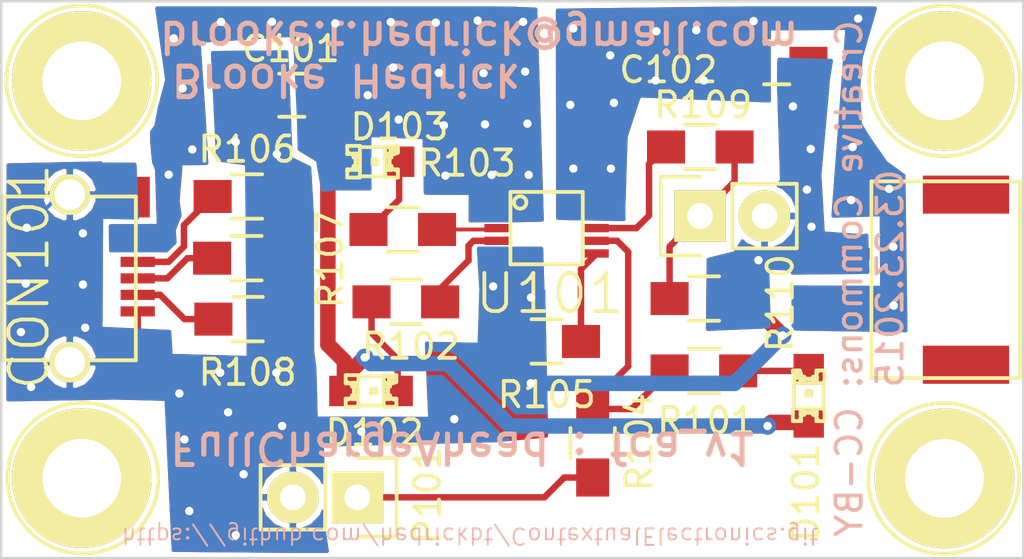
<source format=kicad_pcb>
(kicad_pcb (version 4) (host pcbnew "(2015-01-29 BZR 5396)-product")

  (general
    (links 39)
    (no_connects 0)
    (area 72.051667 72.785151 121.353572 95.144849)
    (thickness 1.6)
    (drawings 9)
    (tracks 278)
    (zones 0)
    (modules 24)
    (nets 21)
  )

  (page A4)
  (layers
    (0 F.Cu signal)
    (31 B.Cu signal)
    (32 B.Adhes user)
    (33 F.Adhes user)
    (34 B.Paste user)
    (35 F.Paste user)
    (36 B.SilkS user)
    (37 F.SilkS user)
    (38 B.Mask user)
    (39 F.Mask user)
    (40 Dwgs.User user)
    (41 Cmts.User user)
    (42 Eco1.User user)
    (43 Eco2.User user)
    (44 Edge.Cuts user)
    (45 Margin user)
    (46 B.CrtYd user)
    (47 F.CrtYd user)
    (48 B.Fab user)
    (49 F.Fab user)
  )

  (setup
    (last_trace_width 0.152)
    (user_trace_width 0.254)
    (user_trace_width 0.61)
    (trace_clearance 0.152)
    (zone_clearance 0.152)
    (zone_45_only no)
    (trace_min 0.152)
    (segment_width 0.2)
    (edge_width 0.1)
    (via_size 0.686)
    (via_drill 0.33)
    (via_min_size 0.686)
    (via_min_drill 0.33)
    (uvia_size 0.508)
    (uvia_drill 0.127)
    (uvias_allowed no)
    (uvia_min_size 0.508)
    (uvia_min_drill 0.127)
    (pcb_text_width 0.3)
    (pcb_text_size 1.5 1.5)
    (mod_edge_width 0.15)
    (mod_text_size 1 1)
    (mod_text_width 0.15)
    (pad_size 5.5 5.5)
    (pad_drill 3.1)
    (pad_to_mask_clearance 0)
    (aux_axis_origin 0 0)
    (visible_elements 7FFFFF7F)
    (pcbplotparams
      (layerselection 0x010f0_80000001)
      (usegerberextensions true)
      (excludeedgelayer true)
      (linewidth 0.100000)
      (plotframeref false)
      (viasonmask false)
      (mode 1)
      (useauxorigin false)
      (hpglpennumber 1)
      (hpglpenspeed 20)
      (hpglpendiameter 15)
      (hpglpenoverlay 2)
      (psnegative false)
      (psa4output false)
      (plotreference true)
      (plotvalue false)
      (plotinvisibletext false)
      (padsonsilk false)
      (subtractmaskfromsilk true)
      (outputformat 1)
      (mirror false)
      (drillshape 0)
      (scaleselection 1)
      (outputdirectory ../gerber/))
  )

  (net 0 "")
  (net 1 GND)
  (net 2 "Net-(D102-Pad2)")
  (net 3 "Net-(D103-Pad2)")
  (net 4 "Net-(P101-Pad1)")
  (net 5 "Net-(R101-Pad1)")
  (net 6 "Net-(D101-Pad2)")
  (net 7 "Net-(R102-Pad1)")
  (net 8 "Net-(R103-Pad1)")
  (net 9 "Net-(R105-Pad1)")
  (net 10 "Net-(CON101-Pad2)")
  (net 11 "Net-(CON101-Pad3)")
  (net 12 "Net-(CON101-Pad4)")
  (net 13 "Net-(P103-Pad1)")
  (net 14 "Net-(P104-Pad1)")
  (net 15 "Net-(P105-Pad1)")
  (net 16 "Net-(P106-Pad1)")
  (net 17 "Net-(R109-Pad1)")
  (net 18 /Vbat)
  (net 19 /Vdd)
  (net 20 "Net-(P107-Pad1)")

  (net_class Default "This is the default net class."
    (clearance 0.152)
    (trace_width 0.152)
    (via_dia 0.686)
    (via_drill 0.33)
    (uvia_dia 0.508)
    (uvia_drill 0.127)
    (add_net /Vbat)
    (add_net /Vdd)
    (add_net GND)
    (add_net "Net-(CON101-Pad2)")
    (add_net "Net-(CON101-Pad3)")
    (add_net "Net-(CON101-Pad4)")
    (add_net "Net-(D101-Pad2)")
    (add_net "Net-(D102-Pad2)")
    (add_net "Net-(D103-Pad2)")
    (add_net "Net-(P101-Pad1)")
    (add_net "Net-(P103-Pad1)")
    (add_net "Net-(P104-Pad1)")
    (add_net "Net-(P105-Pad1)")
    (add_net "Net-(P106-Pad1)")
    (add_net "Net-(P107-Pad1)")
    (add_net "Net-(R101-Pad1)")
    (add_net "Net-(R102-Pad1)")
    (add_net "Net-(R103-Pad1)")
    (add_net "Net-(R105-Pad1)")
    (add_net "Net-(R109-Pad1)")
  )

  (net_class Default1 ""
    (clearance 0.254)
    (trace_width 0.254)
    (via_dia 0.889)
    (via_drill 0.635)
    (uvia_dia 0.508)
    (uvia_drill 0.127)
  )

  (net_class PWR ""
    (clearance 0.305)
    (trace_width 0.61)
    (via_dia 1.143)
    (via_drill 0.762)
    (uvia_dia 0.508)
    (uvia_drill 0.127)
  )

  (module Capacitors_SMD:C_0805_HandSoldering (layer F.Cu) (tedit 550EE86B) (tstamp 550A6416)
    (at 89.61 76.7 180)
    (descr "Capacitor SMD 0805, hand soldering")
    (tags "capacitor 0805")
    (path /5508CBBF)
    (attr smd)
    (fp_text reference C101 (at 0.04 1.83 180) (layer F.SilkS)
      (effects (font (size 1 1) (thickness 0.15)))
    )
    (fp_text value 4.7uf (at 0 2.1 180) (layer F.Fab) hide
      (effects (font (size 1 1) (thickness 0.15)))
    )
    (fp_line (start -2.3 -1) (end 2.3 -1) (layer F.CrtYd) (width 0.05))
    (fp_line (start -2.3 1) (end 2.3 1) (layer F.CrtYd) (width 0.05))
    (fp_line (start -2.3 -1) (end -2.3 1) (layer F.CrtYd) (width 0.05))
    (fp_line (start 2.3 -1) (end 2.3 1) (layer F.CrtYd) (width 0.05))
    (fp_line (start 0.5 -0.85) (end -0.5 -0.85) (layer F.SilkS) (width 0.15))
    (fp_line (start -0.5 0.85) (end 0.5 0.85) (layer F.SilkS) (width 0.15))
    (pad 1 smd rect (at -1.25 0 180) (size 1.5 1.25) (layers F.Cu F.Paste F.Mask)
      (net 19 /Vdd))
    (pad 2 smd rect (at 1.25 0 180) (size 1.5 1.25) (layers F.Cu F.Paste F.Mask)
      (net 1 GND))
    (model Capacitors_SMD.3dshapes/C_0805_HandSoldering.wrl
      (at (xyz 0 0 0))
      (scale (xyz 1 1 1))
      (rotate (xyz 0 0 0))
    )
  )

  (module Capacitors_SMD:C_0805_HandSoldering (layer F.Cu) (tedit 550F7410) (tstamp 550A641C)
    (at 108.71 75.42)
    (descr "Capacitor SMD 0805, hand soldering")
    (tags "capacitor 0805")
    (path /5508CC2E)
    (attr smd)
    (fp_text reference C102 (at -4.27 0.28) (layer F.SilkS)
      (effects (font (size 1 1) (thickness 0.15)))
    )
    (fp_text value 4.7uf (at 0 2.1) (layer F.Fab) hide
      (effects (font (size 1 1) (thickness 0.15)))
    )
    (fp_line (start -2.3 -1) (end 2.3 -1) (layer F.CrtYd) (width 0.05))
    (fp_line (start -2.3 1) (end 2.3 1) (layer F.CrtYd) (width 0.05))
    (fp_line (start -2.3 -1) (end -2.3 1) (layer F.CrtYd) (width 0.05))
    (fp_line (start 2.3 -1) (end 2.3 1) (layer F.CrtYd) (width 0.05))
    (fp_line (start 0.5 -0.85) (end -0.5 -0.85) (layer F.SilkS) (width 0.15))
    (fp_line (start -0.5 0.85) (end 0.5 0.85) (layer F.SilkS) (width 0.15))
    (pad 1 smd rect (at -1.25 0) (size 1.5 1.25) (layers F.Cu F.Paste F.Mask)
      (net 18 /Vbat))
    (pad 2 smd rect (at 1.25 0) (size 1.5 1.25) (layers F.Cu F.Paste F.Mask)
      (net 1 GND))
    (model Capacitors_SMD.3dshapes/C_0805_HandSoldering.wrl
      (at (xyz 0 0 0))
      (scale (xyz 1 1 1))
      (rotate (xyz 0 0 0))
    )
  )

  (module LEDs:LED-0805 (layer F.Cu) (tedit 550EE84E) (tstamp 550F6CA4)
    (at 92.73 88.35)
    (descr "LED 0805 smd package")
    (tags "LED 0805 SMD")
    (path /5508CE56)
    (attr smd)
    (fp_text reference D102 (at 0.14 1.65) (layer F.SilkS)
      (effects (font (size 1 1) (thickness 0.15)))
    )
    (fp_text value LED (at 0 1.27) (layer F.Fab) hide
      (effects (font (size 1 1) (thickness 0.15)))
    )
    (fp_line (start 0.49784 0.29972) (end 0.49784 0.62484) (layer F.SilkS) (width 0.15))
    (fp_line (start 0.49784 0.62484) (end 0.99822 0.62484) (layer F.SilkS) (width 0.15))
    (fp_line (start 0.99822 0.29972) (end 0.99822 0.62484) (layer F.SilkS) (width 0.15))
    (fp_line (start 0.49784 0.29972) (end 0.99822 0.29972) (layer F.SilkS) (width 0.15))
    (fp_line (start 0.49784 -0.32258) (end 0.49784 -0.17272) (layer F.SilkS) (width 0.15))
    (fp_line (start 0.49784 -0.17272) (end 0.7493 -0.17272) (layer F.SilkS) (width 0.15))
    (fp_line (start 0.7493 -0.32258) (end 0.7493 -0.17272) (layer F.SilkS) (width 0.15))
    (fp_line (start 0.49784 -0.32258) (end 0.7493 -0.32258) (layer F.SilkS) (width 0.15))
    (fp_line (start 0.49784 0.17272) (end 0.49784 0.32258) (layer F.SilkS) (width 0.15))
    (fp_line (start 0.49784 0.32258) (end 0.7493 0.32258) (layer F.SilkS) (width 0.15))
    (fp_line (start 0.7493 0.17272) (end 0.7493 0.32258) (layer F.SilkS) (width 0.15))
    (fp_line (start 0.49784 0.17272) (end 0.7493 0.17272) (layer F.SilkS) (width 0.15))
    (fp_line (start 0.49784 -0.19812) (end 0.49784 0.19812) (layer F.SilkS) (width 0.15))
    (fp_line (start 0.49784 0.19812) (end 0.6731 0.19812) (layer F.SilkS) (width 0.15))
    (fp_line (start 0.6731 -0.19812) (end 0.6731 0.19812) (layer F.SilkS) (width 0.15))
    (fp_line (start 0.49784 -0.19812) (end 0.6731 -0.19812) (layer F.SilkS) (width 0.15))
    (fp_line (start -0.99822 0.29972) (end -0.99822 0.62484) (layer F.SilkS) (width 0.15))
    (fp_line (start -0.99822 0.62484) (end -0.49784 0.62484) (layer F.SilkS) (width 0.15))
    (fp_line (start -0.49784 0.29972) (end -0.49784 0.62484) (layer F.SilkS) (width 0.15))
    (fp_line (start -0.99822 0.29972) (end -0.49784 0.29972) (layer F.SilkS) (width 0.15))
    (fp_line (start -0.99822 -0.62484) (end -0.99822 -0.29972) (layer F.SilkS) (width 0.15))
    (fp_line (start -0.99822 -0.29972) (end -0.49784 -0.29972) (layer F.SilkS) (width 0.15))
    (fp_line (start -0.49784 -0.62484) (end -0.49784 -0.29972) (layer F.SilkS) (width 0.15))
    (fp_line (start -0.99822 -0.62484) (end -0.49784 -0.62484) (layer F.SilkS) (width 0.15))
    (fp_line (start -0.7493 0.17272) (end -0.7493 0.32258) (layer F.SilkS) (width 0.15))
    (fp_line (start -0.7493 0.32258) (end -0.49784 0.32258) (layer F.SilkS) (width 0.15))
    (fp_line (start -0.49784 0.17272) (end -0.49784 0.32258) (layer F.SilkS) (width 0.15))
    (fp_line (start -0.7493 0.17272) (end -0.49784 0.17272) (layer F.SilkS) (width 0.15))
    (fp_line (start -0.7493 -0.32258) (end -0.7493 -0.17272) (layer F.SilkS) (width 0.15))
    (fp_line (start -0.7493 -0.17272) (end -0.49784 -0.17272) (layer F.SilkS) (width 0.15))
    (fp_line (start -0.49784 -0.32258) (end -0.49784 -0.17272) (layer F.SilkS) (width 0.15))
    (fp_line (start -0.7493 -0.32258) (end -0.49784 -0.32258) (layer F.SilkS) (width 0.15))
    (fp_line (start -0.6731 -0.19812) (end -0.6731 0.19812) (layer F.SilkS) (width 0.15))
    (fp_line (start -0.6731 0.19812) (end -0.49784 0.19812) (layer F.SilkS) (width 0.15))
    (fp_line (start -0.49784 -0.19812) (end -0.49784 0.19812) (layer F.SilkS) (width 0.15))
    (fp_line (start -0.6731 -0.19812) (end -0.49784 -0.19812) (layer F.SilkS) (width 0.15))
    (fp_line (start 0 -0.09906) (end 0 0.09906) (layer F.SilkS) (width 0.15))
    (fp_line (start 0 0.09906) (end 0.19812 0.09906) (layer F.SilkS) (width 0.15))
    (fp_line (start 0.19812 -0.09906) (end 0.19812 0.09906) (layer F.SilkS) (width 0.15))
    (fp_line (start 0 -0.09906) (end 0.19812 -0.09906) (layer F.SilkS) (width 0.15))
    (fp_line (start 0.49784 -0.59944) (end 0.49784 -0.29972) (layer F.SilkS) (width 0.15))
    (fp_line (start 0.49784 -0.29972) (end 0.79756 -0.29972) (layer F.SilkS) (width 0.15))
    (fp_line (start 0.79756 -0.59944) (end 0.79756 -0.29972) (layer F.SilkS) (width 0.15))
    (fp_line (start 0.49784 -0.59944) (end 0.79756 -0.59944) (layer F.SilkS) (width 0.15))
    (fp_line (start 0.92456 -0.62484) (end 0.92456 -0.39878) (layer F.SilkS) (width 0.15))
    (fp_line (start 0.92456 -0.39878) (end 0.99822 -0.39878) (layer F.SilkS) (width 0.15))
    (fp_line (start 0.99822 -0.62484) (end 0.99822 -0.39878) (layer F.SilkS) (width 0.15))
    (fp_line (start 0.92456 -0.62484) (end 0.99822 -0.62484) (layer F.SilkS) (width 0.15))
    (fp_line (start 0.52324 0.57404) (end -0.52324 0.57404) (layer F.SilkS) (width 0.15))
    (fp_line (start -0.49784 -0.57404) (end 0.92456 -0.57404) (layer F.SilkS) (width 0.15))
    (fp_circle (center 0.84836 -0.44958) (end 0.89916 -0.50038) (layer F.SilkS) (width 0.15))
    (fp_arc (start 0.99822 0) (end 0.99822 0.34798) (angle 180) (layer F.SilkS) (width 0.15))
    (fp_arc (start -0.99822 0) (end -0.99822 -0.34798) (angle 180) (layer F.SilkS) (width 0.15))
    (pad 1 smd rect (at -1.04902 0) (size 1.19888 1.19888) (layers F.Cu F.Paste F.Mask)
      (net 19 /Vdd))
    (pad 2 smd rect (at 1.04902 0) (size 1.19888 1.19888) (layers F.Cu F.Paste F.Mask)
      (net 2 "Net-(D102-Pad2)"))
  )

  (module LEDs:LED-0805 (layer F.Cu) (tedit 5510E24F) (tstamp 550A6428)
    (at 92.79 79.32)
    (descr "LED 0805 smd package")
    (tags "LED 0805 SMD")
    (path /5508CE05)
    (attr smd)
    (fp_text reference D103 (at 1.06 -1.37) (layer F.SilkS)
      (effects (font (size 1 1) (thickness 0.15)))
    )
    (fp_text value LED (at 0 1.27) (layer F.Fab) hide
      (effects (font (size 1 1) (thickness 0.15)))
    )
    (fp_line (start 0.49784 0.29972) (end 0.49784 0.62484) (layer F.SilkS) (width 0.15))
    (fp_line (start 0.49784 0.62484) (end 0.99822 0.62484) (layer F.SilkS) (width 0.15))
    (fp_line (start 0.99822 0.29972) (end 0.99822 0.62484) (layer F.SilkS) (width 0.15))
    (fp_line (start 0.49784 0.29972) (end 0.99822 0.29972) (layer F.SilkS) (width 0.15))
    (fp_line (start 0.49784 -0.32258) (end 0.49784 -0.17272) (layer F.SilkS) (width 0.15))
    (fp_line (start 0.49784 -0.17272) (end 0.7493 -0.17272) (layer F.SilkS) (width 0.15))
    (fp_line (start 0.7493 -0.32258) (end 0.7493 -0.17272) (layer F.SilkS) (width 0.15))
    (fp_line (start 0.49784 -0.32258) (end 0.7493 -0.32258) (layer F.SilkS) (width 0.15))
    (fp_line (start 0.49784 0.17272) (end 0.49784 0.32258) (layer F.SilkS) (width 0.15))
    (fp_line (start 0.49784 0.32258) (end 0.7493 0.32258) (layer F.SilkS) (width 0.15))
    (fp_line (start 0.7493 0.17272) (end 0.7493 0.32258) (layer F.SilkS) (width 0.15))
    (fp_line (start 0.49784 0.17272) (end 0.7493 0.17272) (layer F.SilkS) (width 0.15))
    (fp_line (start 0.49784 -0.19812) (end 0.49784 0.19812) (layer F.SilkS) (width 0.15))
    (fp_line (start 0.49784 0.19812) (end 0.6731 0.19812) (layer F.SilkS) (width 0.15))
    (fp_line (start 0.6731 -0.19812) (end 0.6731 0.19812) (layer F.SilkS) (width 0.15))
    (fp_line (start 0.49784 -0.19812) (end 0.6731 -0.19812) (layer F.SilkS) (width 0.15))
    (fp_line (start -0.99822 0.29972) (end -0.99822 0.62484) (layer F.SilkS) (width 0.15))
    (fp_line (start -0.99822 0.62484) (end -0.49784 0.62484) (layer F.SilkS) (width 0.15))
    (fp_line (start -0.49784 0.29972) (end -0.49784 0.62484) (layer F.SilkS) (width 0.15))
    (fp_line (start -0.99822 0.29972) (end -0.49784 0.29972) (layer F.SilkS) (width 0.15))
    (fp_line (start -0.99822 -0.62484) (end -0.99822 -0.29972) (layer F.SilkS) (width 0.15))
    (fp_line (start -0.99822 -0.29972) (end -0.49784 -0.29972) (layer F.SilkS) (width 0.15))
    (fp_line (start -0.49784 -0.62484) (end -0.49784 -0.29972) (layer F.SilkS) (width 0.15))
    (fp_line (start -0.99822 -0.62484) (end -0.49784 -0.62484) (layer F.SilkS) (width 0.15))
    (fp_line (start -0.7493 0.17272) (end -0.7493 0.32258) (layer F.SilkS) (width 0.15))
    (fp_line (start -0.7493 0.32258) (end -0.49784 0.32258) (layer F.SilkS) (width 0.15))
    (fp_line (start -0.49784 0.17272) (end -0.49784 0.32258) (layer F.SilkS) (width 0.15))
    (fp_line (start -0.7493 0.17272) (end -0.49784 0.17272) (layer F.SilkS) (width 0.15))
    (fp_line (start -0.7493 -0.32258) (end -0.7493 -0.17272) (layer F.SilkS) (width 0.15))
    (fp_line (start -0.7493 -0.17272) (end -0.49784 -0.17272) (layer F.SilkS) (width 0.15))
    (fp_line (start -0.49784 -0.32258) (end -0.49784 -0.17272) (layer F.SilkS) (width 0.15))
    (fp_line (start -0.7493 -0.32258) (end -0.49784 -0.32258) (layer F.SilkS) (width 0.15))
    (fp_line (start -0.6731 -0.19812) (end -0.6731 0.19812) (layer F.SilkS) (width 0.15))
    (fp_line (start -0.6731 0.19812) (end -0.49784 0.19812) (layer F.SilkS) (width 0.15))
    (fp_line (start -0.49784 -0.19812) (end -0.49784 0.19812) (layer F.SilkS) (width 0.15))
    (fp_line (start -0.6731 -0.19812) (end -0.49784 -0.19812) (layer F.SilkS) (width 0.15))
    (fp_line (start 0 -0.09906) (end 0 0.09906) (layer F.SilkS) (width 0.15))
    (fp_line (start 0 0.09906) (end 0.19812 0.09906) (layer F.SilkS) (width 0.15))
    (fp_line (start 0.19812 -0.09906) (end 0.19812 0.09906) (layer F.SilkS) (width 0.15))
    (fp_line (start 0 -0.09906) (end 0.19812 -0.09906) (layer F.SilkS) (width 0.15))
    (fp_line (start 0.49784 -0.59944) (end 0.49784 -0.29972) (layer F.SilkS) (width 0.15))
    (fp_line (start 0.49784 -0.29972) (end 0.79756 -0.29972) (layer F.SilkS) (width 0.15))
    (fp_line (start 0.79756 -0.59944) (end 0.79756 -0.29972) (layer F.SilkS) (width 0.15))
    (fp_line (start 0.49784 -0.59944) (end 0.79756 -0.59944) (layer F.SilkS) (width 0.15))
    (fp_line (start 0.92456 -0.62484) (end 0.92456 -0.39878) (layer F.SilkS) (width 0.15))
    (fp_line (start 0.92456 -0.39878) (end 0.99822 -0.39878) (layer F.SilkS) (width 0.15))
    (fp_line (start 0.99822 -0.62484) (end 0.99822 -0.39878) (layer F.SilkS) (width 0.15))
    (fp_line (start 0.92456 -0.62484) (end 0.99822 -0.62484) (layer F.SilkS) (width 0.15))
    (fp_line (start 0.52324 0.57404) (end -0.52324 0.57404) (layer F.SilkS) (width 0.15))
    (fp_line (start -0.49784 -0.57404) (end 0.92456 -0.57404) (layer F.SilkS) (width 0.15))
    (fp_circle (center 0.84836 -0.44958) (end 0.89916 -0.50038) (layer F.SilkS) (width 0.15))
    (fp_arc (start 0.99822 0) (end 0.99822 0.34798) (angle 180) (layer F.SilkS) (width 0.15))
    (fp_arc (start -0.99822 0) (end -0.99822 -0.34798) (angle 180) (layer F.SilkS) (width 0.15))
    (pad 1 smd rect (at -1.04902 0) (size 1.19888 1.19888) (layers F.Cu F.Paste F.Mask)
      (net 19 /Vdd))
    (pad 2 smd rect (at 1.04902 0) (size 1.19888 1.19888) (layers F.Cu F.Paste F.Mask)
      (net 3 "Net-(D103-Pad2)"))
  )

  (module Pin_Headers:Pin_Header_Straight_1x02 (layer F.Cu) (tedit 550EE9FC) (tstamp 550A642E)
    (at 92.19 92.54 270)
    (descr "Through hole pin header")
    (tags "pin header")
    (path /5508F165)
    (fp_text reference P101 (at -0.08 -2.76 270) (layer F.SilkS)
      (effects (font (size 1 1) (thickness 0.15)))
    )
    (fp_text value TIMER (at -0.17 5.25 270) (layer F.Fab)
      (effects (font (size 1 1) (thickness 0.15)))
    )
    (fp_line (start 1.27 1.27) (end 1.27 3.81) (layer F.SilkS) (width 0.15))
    (fp_line (start 1.55 -1.55) (end 1.55 0) (layer F.SilkS) (width 0.15))
    (fp_line (start -1.75 -1.75) (end -1.75 4.3) (layer F.CrtYd) (width 0.05))
    (fp_line (start 1.75 -1.75) (end 1.75 4.3) (layer F.CrtYd) (width 0.05))
    (fp_line (start -1.75 -1.75) (end 1.75 -1.75) (layer F.CrtYd) (width 0.05))
    (fp_line (start -1.75 4.3) (end 1.75 4.3) (layer F.CrtYd) (width 0.05))
    (fp_line (start 1.27 1.27) (end -1.27 1.27) (layer F.SilkS) (width 0.15))
    (fp_line (start -1.55 0) (end -1.55 -1.55) (layer F.SilkS) (width 0.15))
    (fp_line (start -1.55 -1.55) (end 1.55 -1.55) (layer F.SilkS) (width 0.15))
    (fp_line (start -1.27 1.27) (end -1.27 3.81) (layer F.SilkS) (width 0.15))
    (fp_line (start -1.27 3.81) (end 1.27 3.81) (layer F.SilkS) (width 0.15))
    (pad 1 thru_hole rect (at 0 0 270) (size 2.032 2.032) (drill 1.016) (layers *.Cu *.Mask F.SilkS)
      (net 4 "Net-(P101-Pad1)"))
    (pad 2 thru_hole oval (at 0 2.54 270) (size 2.032 2.032) (drill 1.016) (layers *.Cu *.Mask F.SilkS)
      (net 1 GND))
    (model Pin_Headers.3dshapes/Pin_Header_Straight_1x02.wrl
      (at (xyz 0 -0.05 0))
      (scale (xyz 1 1 1))
      (rotate (xyz 0 0 90))
    )
  )

  (module pcb:JST_2pin_lipo_S2B-PH-SM4-TB (layer F.Cu) (tedit 550B8A0A) (tstamp 550A643A)
    (at 115.365 83.9675 90)
    (path /5508E1EE)
    (fp_text reference P102 (at 5.74 -0.01 180) (layer F.SilkS) hide
      (effects (font (size 1.5 1.5) (thickness 0.15)))
    )
    (fp_text value BATT (at -6.01 0.43 180) (layer F.Fab) hide
      (effects (font (size 1.5 1.5) (thickness 0.15)))
    )
    (fp_line (start -3.875 -2.925) (end 3.875 -2.925) (layer F.SilkS) (width 0.15))
    (fp_line (start 3.875 -2.925) (end 3.875 2.925) (layer F.SilkS) (width 0.15))
    (fp_line (start 3.875 2.925) (end -3.875 2.925) (layer F.SilkS) (width 0.15))
    (fp_line (start -3.875 2.925) (end -3.875 -2.925) (layer F.SilkS) (width 0.15))
    (pad 1 smd rect (at -1 -4.3 90) (size 0.5 2.6) (layers F.Cu F.Paste F.Mask)
      (net 18 /Vbat))
    (pad 2 smd rect (at 1 -4.3 90) (size 0.5 2.6) (layers F.Cu F.Paste F.Mask)
      (net 1 GND))
    (pad 3 smd rect (at -3.35 0.8 90) (size 1.5 3.4) (layers F.Cu F.Paste F.Mask))
    (pad 4 smd rect (at 3.35 0.8 90) (size 1.5 3.4) (layers F.Cu F.Paste F.Mask))
  )

  (module Resistors_SMD:R_0805_HandSoldering (layer F.Cu) (tedit 550EE5BA) (tstamp 550A6440)
    (at 105.84 87.56)
    (descr "Resistor SMD 0805, hand soldering")
    (tags "resistor 0805")
    (path /5508EC77)
    (attr smd)
    (fp_text reference R101 (at 0.09 1.96) (layer F.SilkS)
      (effects (font (size 1 1) (thickness 0.15)))
    )
    (fp_text value NOPOP (at 0 2.1) (layer F.Fab) hide
      (effects (font (size 1 1) (thickness 0.15)))
    )
    (fp_line (start -2.4 -1) (end 2.4 -1) (layer F.CrtYd) (width 0.05))
    (fp_line (start -2.4 1) (end 2.4 1) (layer F.CrtYd) (width 0.05))
    (fp_line (start -2.4 -1) (end -2.4 1) (layer F.CrtYd) (width 0.05))
    (fp_line (start 2.4 -1) (end 2.4 1) (layer F.CrtYd) (width 0.05))
    (fp_line (start 0.6 0.875) (end -0.6 0.875) (layer F.SilkS) (width 0.15))
    (fp_line (start -0.6 -0.875) (end 0.6 -0.875) (layer F.SilkS) (width 0.15))
    (pad 1 smd rect (at -1.35 0) (size 1.5 1.3) (layers F.Cu F.Paste F.Mask)
      (net 5 "Net-(R101-Pad1)"))
    (pad 2 smd rect (at 1.35 0) (size 1.5 1.3) (layers F.Cu F.Paste F.Mask)
      (net 6 "Net-(D101-Pad2)"))
    (model Resistors_SMD.3dshapes/R_0805_HandSoldering.wrl
      (at (xyz 0 0 0))
      (scale (xyz 1 1 1))
      (rotate (xyz 0 0 0))
    )
  )

  (module Resistors_SMD:R_0805_HandSoldering (layer F.Cu) (tedit 5510E25C) (tstamp 550A6446)
    (at 94.1 84.84 180)
    (descr "Resistor SMD 0805, hand soldering")
    (tags "resistor 0805")
    (path /5508C994)
    (attr smd)
    (fp_text reference R102 (at -0.2 -1.75 180) (layer F.SilkS)
      (effects (font (size 1 1) (thickness 0.15)))
    )
    (fp_text value 470 (at 0 2.1 180) (layer F.Fab) hide
      (effects (font (size 1 1) (thickness 0.15)))
    )
    (fp_line (start -2.4 -1) (end 2.4 -1) (layer F.CrtYd) (width 0.05))
    (fp_line (start -2.4 1) (end 2.4 1) (layer F.CrtYd) (width 0.05))
    (fp_line (start -2.4 -1) (end -2.4 1) (layer F.CrtYd) (width 0.05))
    (fp_line (start 2.4 -1) (end 2.4 1) (layer F.CrtYd) (width 0.05))
    (fp_line (start 0.6 0.875) (end -0.6 0.875) (layer F.SilkS) (width 0.15))
    (fp_line (start -0.6 -0.875) (end 0.6 -0.875) (layer F.SilkS) (width 0.15))
    (pad 1 smd rect (at -1.35 0 180) (size 1.5 1.3) (layers F.Cu F.Paste F.Mask)
      (net 7 "Net-(R102-Pad1)"))
    (pad 2 smd rect (at 1.35 0 180) (size 1.5 1.3) (layers F.Cu F.Paste F.Mask)
      (net 2 "Net-(D102-Pad2)"))
    (model Resistors_SMD.3dshapes/R_0805_HandSoldering.wrl
      (at (xyz 0 0 0))
      (scale (xyz 1 1 1))
      (rotate (xyz 0 0 0))
    )
  )

  (module Resistors_SMD:R_0805_HandSoldering (layer F.Cu) (tedit 5510E254) (tstamp 550A644C)
    (at 93.98 81.99 180)
    (descr "Resistor SMD 0805, hand soldering")
    (tags "resistor 0805")
    (path /5508C8F1)
    (attr smd)
    (fp_text reference R103 (at -2.52 2.61 180) (layer F.SilkS)
      (effects (font (size 1 1) (thickness 0.15)))
    )
    (fp_text value 470 (at 0 2.1 180) (layer F.Fab) hide
      (effects (font (size 1 1) (thickness 0.15)))
    )
    (fp_line (start -2.4 -1) (end 2.4 -1) (layer F.CrtYd) (width 0.05))
    (fp_line (start -2.4 1) (end 2.4 1) (layer F.CrtYd) (width 0.05))
    (fp_line (start -2.4 -1) (end -2.4 1) (layer F.CrtYd) (width 0.05))
    (fp_line (start 2.4 -1) (end 2.4 1) (layer F.CrtYd) (width 0.05))
    (fp_line (start 0.6 0.875) (end -0.6 0.875) (layer F.SilkS) (width 0.15))
    (fp_line (start -0.6 -0.875) (end 0.6 -0.875) (layer F.SilkS) (width 0.15))
    (pad 1 smd rect (at -1.35 0 180) (size 1.5 1.3) (layers F.Cu F.Paste F.Mask)
      (net 8 "Net-(R103-Pad1)"))
    (pad 2 smd rect (at 1.35 0 180) (size 1.5 1.3) (layers F.Cu F.Paste F.Mask)
      (net 3 "Net-(D103-Pad2)"))
    (model Resistors_SMD.3dshapes/R_0805_HandSoldering.wrl
      (at (xyz 0 0 0))
      (scale (xyz 1 1 1))
      (rotate (xyz 0 0 0))
    )
  )

  (module Resistors_SMD:R_0805_HandSoldering (layer F.Cu) (tedit 550B882F) (tstamp 550A6452)
    (at 101.46 90.41 90)
    (descr "Resistor SMD 0805, hand soldering")
    (tags "resistor 0805")
    (path /5508ED2E)
    (attr smd)
    (fp_text reference R104 (at 0.04 1.83 90) (layer F.SilkS)
      (effects (font (size 1 1) (thickness 0.15)))
    )
    (fp_text value 1K (at 0 2.1 90) (layer F.Fab) hide
      (effects (font (size 1 1) (thickness 0.15)))
    )
    (fp_line (start -2.4 -1) (end 2.4 -1) (layer F.CrtYd) (width 0.05))
    (fp_line (start -2.4 1) (end 2.4 1) (layer F.CrtYd) (width 0.05))
    (fp_line (start -2.4 -1) (end -2.4 1) (layer F.CrtYd) (width 0.05))
    (fp_line (start 2.4 -1) (end 2.4 1) (layer F.CrtYd) (width 0.05))
    (fp_line (start 0.6 0.875) (end -0.6 0.875) (layer F.SilkS) (width 0.15))
    (fp_line (start -0.6 -0.875) (end 0.6 -0.875) (layer F.SilkS) (width 0.15))
    (pad 1 smd rect (at -1.35 0 90) (size 1.5 1.3) (layers F.Cu F.Paste F.Mask)
      (net 4 "Net-(P101-Pad1)"))
    (pad 2 smd rect (at 1.35 0 90) (size 1.5 1.3) (layers F.Cu F.Paste F.Mask)
      (net 5 "Net-(R101-Pad1)"))
    (model Resistors_SMD.3dshapes/R_0805_HandSoldering.wrl
      (at (xyz 0 0 0))
      (scale (xyz 1 1 1))
      (rotate (xyz 0 0 0))
    )
  )

  (module Resistors_SMD:R_0805_HandSoldering (layer F.Cu) (tedit 550B880E) (tstamp 550B7314)
    (at 99.65 86.4 180)
    (descr "Resistor SMD 0805, hand soldering")
    (tags "resistor 0805")
    (path /5508CD13)
    (attr smd)
    (fp_text reference R105 (at 0 -2.1 180) (layer F.SilkS)
      (effects (font (size 1 1) (thickness 0.15)))
    )
    (fp_text value 2K (at 0 2.1 180) (layer F.Fab) hide
      (effects (font (size 1 1) (thickness 0.15)))
    )
    (fp_line (start -2.4 -1) (end 2.4 -1) (layer F.CrtYd) (width 0.05))
    (fp_line (start -2.4 1) (end 2.4 1) (layer F.CrtYd) (width 0.05))
    (fp_line (start -2.4 -1) (end -2.4 1) (layer F.CrtYd) (width 0.05))
    (fp_line (start 2.4 -1) (end 2.4 1) (layer F.CrtYd) (width 0.05))
    (fp_line (start 0.6 0.875) (end -0.6 0.875) (layer F.SilkS) (width 0.15))
    (fp_line (start -0.6 -0.875) (end 0.6 -0.875) (layer F.SilkS) (width 0.15))
    (pad 1 smd rect (at -1.35 0 180) (size 1.5 1.3) (layers F.Cu F.Paste F.Mask)
      (net 9 "Net-(R105-Pad1)"))
    (pad 2 smd rect (at 1.35 0 180) (size 1.5 1.3) (layers F.Cu F.Paste F.Mask)
      (net 1 GND))
    (model Resistors_SMD.3dshapes/R_0805_HandSoldering.wrl
      (at (xyz 0 0 0))
      (scale (xyz 1 1 1))
      (rotate (xyz 0 0 0))
    )
  )

  (module Resistors_SMD:R_0805_HandSoldering (layer F.Cu) (tedit 550C6FDF) (tstamp 550A645E)
    (at 87.84 80.69 180)
    (descr "Resistor SMD 0805, hand soldering")
    (tags "resistor 0805")
    (path /5509189B)
    (attr smd)
    (fp_text reference R106 (at -0.02 1.86 180) (layer F.SilkS)
      (effects (font (size 1 1) (thickness 0.15)))
    )
    (fp_text value NOPOP (at 0 2.1 180) (layer F.Fab) hide
      (effects (font (size 1 1) (thickness 0.15)))
    )
    (fp_line (start -2.4 -1) (end 2.4 -1) (layer F.CrtYd) (width 0.05))
    (fp_line (start -2.4 1) (end 2.4 1) (layer F.CrtYd) (width 0.05))
    (fp_line (start -2.4 -1) (end -2.4 1) (layer F.CrtYd) (width 0.05))
    (fp_line (start 2.4 -1) (end 2.4 1) (layer F.CrtYd) (width 0.05))
    (fp_line (start 0.6 0.875) (end -0.6 0.875) (layer F.SilkS) (width 0.15))
    (fp_line (start -0.6 -0.875) (end 0.6 -0.875) (layer F.SilkS) (width 0.15))
    (pad 1 smd rect (at -1.35 0 180) (size 1.5 1.3) (layers F.Cu F.Paste F.Mask)
      (net 1 GND))
    (pad 2 smd rect (at 1.35 0 180) (size 1.5 1.3) (layers F.Cu F.Paste F.Mask)
      (net 10 "Net-(CON101-Pad2)"))
    (model Resistors_SMD.3dshapes/R_0805_HandSoldering.wrl
      (at (xyz 0 0 0))
      (scale (xyz 1 1 1))
      (rotate (xyz 0 0 0))
    )
  )

  (module Resistors_SMD:R_0805_HandSoldering (layer F.Cu) (tedit 550EE885) (tstamp 550A6464)
    (at 87.82 83.12 180)
    (descr "Resistor SMD 0805, hand soldering")
    (tags "resistor 0805")
    (path /55091ABD)
    (attr smd)
    (fp_text reference R107 (at -3.295 -0.045 270) (layer F.SilkS)
      (effects (font (size 1 1) (thickness 0.15)))
    )
    (fp_text value NOPOP (at 0 2.1 180) (layer F.Fab) hide
      (effects (font (size 1 1) (thickness 0.15)))
    )
    (fp_line (start -2.4 -1) (end 2.4 -1) (layer F.CrtYd) (width 0.05))
    (fp_line (start -2.4 1) (end 2.4 1) (layer F.CrtYd) (width 0.05))
    (fp_line (start -2.4 -1) (end -2.4 1) (layer F.CrtYd) (width 0.05))
    (fp_line (start 2.4 -1) (end 2.4 1) (layer F.CrtYd) (width 0.05))
    (fp_line (start 0.6 0.875) (end -0.6 0.875) (layer F.SilkS) (width 0.15))
    (fp_line (start -0.6 -0.875) (end 0.6 -0.875) (layer F.SilkS) (width 0.15))
    (pad 1 smd rect (at -1.35 0 180) (size 1.5 1.3) (layers F.Cu F.Paste F.Mask)
      (net 1 GND))
    (pad 2 smd rect (at 1.35 0 180) (size 1.5 1.3) (layers F.Cu F.Paste F.Mask)
      (net 11 "Net-(CON101-Pad3)"))
    (model Resistors_SMD.3dshapes/R_0805_HandSoldering.wrl
      (at (xyz 0 0 0))
      (scale (xyz 1 1 1))
      (rotate (xyz 0 0 0))
    )
  )

  (module Resistors_SMD:R_0805_HandSoldering (layer F.Cu) (tedit 550B878A) (tstamp 550A646A)
    (at 87.87 85.52 180)
    (descr "Resistor SMD 0805, hand soldering")
    (tags "resistor 0805")
    (path /55091AEC)
    (attr smd)
    (fp_text reference R108 (at 0 -2.1 180) (layer F.SilkS)
      (effects (font (size 1 1) (thickness 0.15)))
    )
    (fp_text value NOPOP (at 0 2.1 180) (layer F.Fab) hide
      (effects (font (size 1 1) (thickness 0.15)))
    )
    (fp_line (start -2.4 -1) (end 2.4 -1) (layer F.CrtYd) (width 0.05))
    (fp_line (start -2.4 1) (end 2.4 1) (layer F.CrtYd) (width 0.05))
    (fp_line (start -2.4 -1) (end -2.4 1) (layer F.CrtYd) (width 0.05))
    (fp_line (start 2.4 -1) (end 2.4 1) (layer F.CrtYd) (width 0.05))
    (fp_line (start 0.6 0.875) (end -0.6 0.875) (layer F.SilkS) (width 0.15))
    (fp_line (start -0.6 -0.875) (end 0.6 -0.875) (layer F.SilkS) (width 0.15))
    (pad 1 smd rect (at -1.35 0 180) (size 1.5 1.3) (layers F.Cu F.Paste F.Mask)
      (net 1 GND))
    (pad 2 smd rect (at 1.35 0 180) (size 1.5 1.3) (layers F.Cu F.Paste F.Mask)
      (net 12 "Net-(CON101-Pad4)"))
    (model Resistors_SMD.3dshapes/R_0805_HandSoldering.wrl
      (at (xyz 0 0 0))
      (scale (xyz 1 1 1))
      (rotate (xyz 0 0 0))
    )
  )

  (module pcb:MSOP-10 (layer F.Cu) (tedit 550EE39B) (tstamp 550A647E)
    (at 99.645 81.935)
    (path /5508C8B6)
    (clearance 0.063)
    (fp_text reference U101 (at 0.12 2.58) (layer F.SilkS)
      (effects (font (size 1.5 1.5) (thickness 0.15)))
    )
    (fp_text value MCP73834-FCI/UN (at 0.31 -2.8) (layer F.Fab) hide
      (effects (font (size 1.5 1.5) (thickness 0.15)))
    )
    (fp_circle (center -1.04 -1.01) (end -0.84 -0.87) (layer F.SilkS) (width 0.15))
    (fp_line (start -1.425 -1.425) (end -1.425 1.425) (layer F.SilkS) (width 0.15))
    (fp_line (start -1.425 1.425) (end 1.425 1.425) (layer F.SilkS) (width 0.15))
    (fp_line (start 1.425 1.425) (end 1.425 -1.425) (layer F.SilkS) (width 0.15))
    (fp_line (start 1.425 -1.425) (end -1.425 -1.425) (layer F.SilkS) (width 0.15))
    (pad 1 smd rect (at -1.975 -1) (size 0.95 0.33) (layers F.Cu F.Paste F.Mask)
      (net 19 /Vdd))
    (pad 2 smd rect (at -1.975 -0.5) (size 0.95 0.33) (layers F.Cu F.Paste F.Mask)
      (net 19 /Vdd))
    (pad 3 smd rect (at -1.975 0) (size 0.95 0.33) (layers F.Cu F.Paste F.Mask)
      (net 8 "Net-(R103-Pad1)"))
    (pad 4 smd rect (at -1.975 0.5) (size 0.95 0.33) (layers F.Cu F.Paste F.Mask)
      (net 7 "Net-(R102-Pad1)"))
    (pad 5 smd rect (at -1.975 1) (size 0.95 0.33) (layers F.Cu F.Paste F.Mask)
      (net 1 GND))
    (pad 6 smd rect (at 1.975 1) (size 0.95 0.33) (layers F.Cu F.Paste F.Mask)
      (net 9 "Net-(R105-Pad1)"))
    (pad 7 smd rect (at 1.975 0.5) (size 0.95 0.33) (layers F.Cu F.Paste F.Mask)
      (net 5 "Net-(R101-Pad1)"))
    (pad 8 smd rect (at 1.975 0) (size 0.95 0.33) (layers F.Cu F.Paste F.Mask)
      (net 17 "Net-(R109-Pad1)"))
    (pad 9 smd rect (at 1.975 -0.5) (size 0.95 0.33) (layers F.Cu F.Paste F.Mask)
      (net 18 /Vbat))
    (pad 10 smd rect (at 1.975 -1) (size 0.95 0.33) (layers F.Cu F.Paste F.Mask)
      (net 18 /Vbat))
  )

  (module LEDs:LED-0805 (layer F.Cu) (tedit 550EED63) (tstamp 550B8628)
    (at 109.97 88.54 90)
    (descr "LED 0805 smd package")
    (tags "LED 0805 SMD")
    (path /5508EC0D)
    (attr smd)
    (fp_text reference D101 (at -3.83 -0.11 90) (layer F.SilkS)
      (effects (font (size 1 1) (thickness 0.15)))
    )
    (fp_text value NOPOP (at 0 1.27 90) (layer F.Fab) hide
      (effects (font (size 1 1) (thickness 0.15)))
    )
    (fp_line (start 0.49784 0.29972) (end 0.49784 0.62484) (layer F.SilkS) (width 0.15))
    (fp_line (start 0.49784 0.62484) (end 0.99822 0.62484) (layer F.SilkS) (width 0.15))
    (fp_line (start 0.99822 0.29972) (end 0.99822 0.62484) (layer F.SilkS) (width 0.15))
    (fp_line (start 0.49784 0.29972) (end 0.99822 0.29972) (layer F.SilkS) (width 0.15))
    (fp_line (start 0.49784 -0.32258) (end 0.49784 -0.17272) (layer F.SilkS) (width 0.15))
    (fp_line (start 0.49784 -0.17272) (end 0.7493 -0.17272) (layer F.SilkS) (width 0.15))
    (fp_line (start 0.7493 -0.32258) (end 0.7493 -0.17272) (layer F.SilkS) (width 0.15))
    (fp_line (start 0.49784 -0.32258) (end 0.7493 -0.32258) (layer F.SilkS) (width 0.15))
    (fp_line (start 0.49784 0.17272) (end 0.49784 0.32258) (layer F.SilkS) (width 0.15))
    (fp_line (start 0.49784 0.32258) (end 0.7493 0.32258) (layer F.SilkS) (width 0.15))
    (fp_line (start 0.7493 0.17272) (end 0.7493 0.32258) (layer F.SilkS) (width 0.15))
    (fp_line (start 0.49784 0.17272) (end 0.7493 0.17272) (layer F.SilkS) (width 0.15))
    (fp_line (start 0.49784 -0.19812) (end 0.49784 0.19812) (layer F.SilkS) (width 0.15))
    (fp_line (start 0.49784 0.19812) (end 0.6731 0.19812) (layer F.SilkS) (width 0.15))
    (fp_line (start 0.6731 -0.19812) (end 0.6731 0.19812) (layer F.SilkS) (width 0.15))
    (fp_line (start 0.49784 -0.19812) (end 0.6731 -0.19812) (layer F.SilkS) (width 0.15))
    (fp_line (start -0.99822 0.29972) (end -0.99822 0.62484) (layer F.SilkS) (width 0.15))
    (fp_line (start -0.99822 0.62484) (end -0.49784 0.62484) (layer F.SilkS) (width 0.15))
    (fp_line (start -0.49784 0.29972) (end -0.49784 0.62484) (layer F.SilkS) (width 0.15))
    (fp_line (start -0.99822 0.29972) (end -0.49784 0.29972) (layer F.SilkS) (width 0.15))
    (fp_line (start -0.99822 -0.62484) (end -0.99822 -0.29972) (layer F.SilkS) (width 0.15))
    (fp_line (start -0.99822 -0.29972) (end -0.49784 -0.29972) (layer F.SilkS) (width 0.15))
    (fp_line (start -0.49784 -0.62484) (end -0.49784 -0.29972) (layer F.SilkS) (width 0.15))
    (fp_line (start -0.99822 -0.62484) (end -0.49784 -0.62484) (layer F.SilkS) (width 0.15))
    (fp_line (start -0.7493 0.17272) (end -0.7493 0.32258) (layer F.SilkS) (width 0.15))
    (fp_line (start -0.7493 0.32258) (end -0.49784 0.32258) (layer F.SilkS) (width 0.15))
    (fp_line (start -0.49784 0.17272) (end -0.49784 0.32258) (layer F.SilkS) (width 0.15))
    (fp_line (start -0.7493 0.17272) (end -0.49784 0.17272) (layer F.SilkS) (width 0.15))
    (fp_line (start -0.7493 -0.32258) (end -0.7493 -0.17272) (layer F.SilkS) (width 0.15))
    (fp_line (start -0.7493 -0.17272) (end -0.49784 -0.17272) (layer F.SilkS) (width 0.15))
    (fp_line (start -0.49784 -0.32258) (end -0.49784 -0.17272) (layer F.SilkS) (width 0.15))
    (fp_line (start -0.7493 -0.32258) (end -0.49784 -0.32258) (layer F.SilkS) (width 0.15))
    (fp_line (start -0.6731 -0.19812) (end -0.6731 0.19812) (layer F.SilkS) (width 0.15))
    (fp_line (start -0.6731 0.19812) (end -0.49784 0.19812) (layer F.SilkS) (width 0.15))
    (fp_line (start -0.49784 -0.19812) (end -0.49784 0.19812) (layer F.SilkS) (width 0.15))
    (fp_line (start -0.6731 -0.19812) (end -0.49784 -0.19812) (layer F.SilkS) (width 0.15))
    (fp_line (start 0 -0.09906) (end 0 0.09906) (layer F.SilkS) (width 0.15))
    (fp_line (start 0 0.09906) (end 0.19812 0.09906) (layer F.SilkS) (width 0.15))
    (fp_line (start 0.19812 -0.09906) (end 0.19812 0.09906) (layer F.SilkS) (width 0.15))
    (fp_line (start 0 -0.09906) (end 0.19812 -0.09906) (layer F.SilkS) (width 0.15))
    (fp_line (start 0.49784 -0.59944) (end 0.49784 -0.29972) (layer F.SilkS) (width 0.15))
    (fp_line (start 0.49784 -0.29972) (end 0.79756 -0.29972) (layer F.SilkS) (width 0.15))
    (fp_line (start 0.79756 -0.59944) (end 0.79756 -0.29972) (layer F.SilkS) (width 0.15))
    (fp_line (start 0.49784 -0.59944) (end 0.79756 -0.59944) (layer F.SilkS) (width 0.15))
    (fp_line (start 0.92456 -0.62484) (end 0.92456 -0.39878) (layer F.SilkS) (width 0.15))
    (fp_line (start 0.92456 -0.39878) (end 0.99822 -0.39878) (layer F.SilkS) (width 0.15))
    (fp_line (start 0.99822 -0.62484) (end 0.99822 -0.39878) (layer F.SilkS) (width 0.15))
    (fp_line (start 0.92456 -0.62484) (end 0.99822 -0.62484) (layer F.SilkS) (width 0.15))
    (fp_line (start 0.52324 0.57404) (end -0.52324 0.57404) (layer F.SilkS) (width 0.15))
    (fp_line (start -0.49784 -0.57404) (end 0.92456 -0.57404) (layer F.SilkS) (width 0.15))
    (fp_circle (center 0.84836 -0.44958) (end 0.89916 -0.50038) (layer F.SilkS) (width 0.15))
    (fp_arc (start 0.99822 0) (end 0.99822 0.34798) (angle 180) (layer F.SilkS) (width 0.15))
    (fp_arc (start -0.99822 0) (end -0.99822 -0.34798) (angle 180) (layer F.SilkS) (width 0.15))
    (pad 1 smd rect (at -1.04902 0 90) (size 1.19888 1.19888) (layers F.Cu F.Paste F.Mask)
      (net 19 /Vdd))
    (pad 2 smd rect (at 1.04902 0 90) (size 1.19888 1.19888) (layers F.Cu F.Paste F.Mask)
      (net 6 "Net-(D101-Pad2)"))
  )

  (module pcb:1pin_m3_screw (layer F.Cu) (tedit 550C6D6F) (tstamp 550F7642)
    (at 115.315 76.135 270)
    (descr "module 1 pin (ou trou mecanique de percage)")
    (tags DEV)
    (path /550C6890)
    (fp_text reference P106 (at -0.04 -3.73 270) (layer F.SilkS) hide
      (effects (font (size 1 1) (thickness 0.15)))
    )
    (fp_text value CONN_01X01 (at 0.32 4.07 270) (layer F.Fab) hide
      (effects (font (size 1 1) (thickness 0.15)))
    )
    (fp_circle (center 0 0) (end 2.1 2.1) (layer F.SilkS) (width 0.15))
    (pad 1 thru_hole circle (at 0 0 270) (size 5.5 5.5) (drill 3.1) (layers *.Cu *.Mask F.SilkS)
      (net 16 "Net-(P106-Pad1)"))
  )

  (module pcb:1pin_m3_screw (layer F.Cu) (tedit 550C6D74) (tstamp 550C6608)
    (at 115.285 91.795 270)
    (descr "module 1 pin (ou trou mecanique de percage)")
    (tags DEV)
    (path /550C6850)
    (fp_text reference P105 (at -0.04 -3.73 270) (layer F.SilkS) hide
      (effects (font (size 1 1) (thickness 0.15)))
    )
    (fp_text value CONN_01X01 (at 0.32 4.07 270) (layer F.Fab) hide
      (effects (font (size 1 1) (thickness 0.15)))
    )
    (fp_circle (center 0 0) (end 2.1 2.1) (layer F.SilkS) (width 0.15))
    (pad 1 thru_hole circle (at 0 -0.03 270) (size 5.5 5.5) (drill 3.1) (layers *.Cu *.Mask F.SilkS)
      (net 15 "Net-(P105-Pad1)"))
  )

  (module pcb:1pin_m3_screw (layer F.Cu) (tedit 550C6B57) (tstamp 550C6603)
    (at 81.335 76.135 270)
    (descr "module 1 pin (ou trou mecanique de percage)")
    (tags DEV)
    (path /550C68C7)
    (fp_text reference P104 (at -0.04 -3.73 270) (layer F.SilkS) hide
      (effects (font (size 1 1) (thickness 0.15)))
    )
    (fp_text value CONN_01X01 (at 0.32 4.07 270) (layer F.Fab) hide
      (effects (font (size 1 1) (thickness 0.15)))
    )
    (fp_circle (center 0 0) (end 2.1 2.1) (layer F.SilkS) (width 0.15))
    (pad 1 thru_hole circle (at 0 0 270) (size 5.5 5.5) (drill 3.1) (layers *.Cu *.Mask F.SilkS)
      (net 14 "Net-(P104-Pad1)"))
  )

  (module pcb:1pin_m3_screw (layer F.Cu) (tedit 550CD55E) (tstamp 550CD551)
    (at 81.385 91.785 270)
    (descr "module 1 pin (ou trou mecanique de percage)")
    (tags DEV)
    (path /550C6639)
    (fp_text reference P103 (at -0.04 -3.73 270) (layer F.SilkS) hide
      (effects (font (size 1 1) (thickness 0.15)))
    )
    (fp_text value CONN_01X01 (at 0.32 4.07 270) (layer F.Fab) hide
      (effects (font (size 1 1) (thickness 0.15)))
    )
    (fp_circle (center 0 0) (end 2.1 2.1) (layer F.SilkS) (width 0.15))
    (pad 1 thru_hole circle (at 0 0.05 270) (size 5.5 5.5) (drill 3.1) (layers *.Cu *.Mask F.SilkS)
      (net 13 "Net-(P103-Pad1)"))
  )

  (module Resistors_SMD:R_0805_HandSoldering (layer F.Cu) (tedit 5510DFCA) (tstamp 550EF0D7)
    (at 105.7 78.74)
    (descr "Resistor SMD 0805, hand soldering")
    (tags "resistor 0805")
    (path /550EEC9B)
    (attr smd)
    (fp_text reference R109 (at 0.11 -1.65) (layer F.SilkS)
      (effects (font (size 1 1) (thickness 0.15)))
    )
    (fp_text value 1.54K (at 0 2.1) (layer F.Fab) hide
      (effects (font (size 1 1) (thickness 0.15)))
    )
    (fp_line (start -2.4 -1) (end 2.4 -1) (layer F.CrtYd) (width 0.05))
    (fp_line (start -2.4 1) (end 2.4 1) (layer F.CrtYd) (width 0.05))
    (fp_line (start -2.4 -1) (end -2.4 1) (layer F.CrtYd) (width 0.05))
    (fp_line (start 2.4 -1) (end 2.4 1) (layer F.CrtYd) (width 0.05))
    (fp_line (start 0.6 0.875) (end -0.6 0.875) (layer F.SilkS) (width 0.15))
    (fp_line (start -0.6 -0.875) (end 0.6 -0.875) (layer F.SilkS) (width 0.15))
    (pad 1 smd rect (at -1.35 0) (size 1.5 1.3) (layers F.Cu F.Paste F.Mask)
      (net 17 "Net-(R109-Pad1)"))
    (pad 2 smd rect (at 1.35 0) (size 1.5 1.3) (layers F.Cu F.Paste F.Mask)
      (net 20 "Net-(P107-Pad1)"))
    (model Resistors_SMD.3dshapes/R_0805_HandSoldering.wrl
      (at (xyz 0 0 0))
      (scale (xyz 1 1 1))
      (rotate (xyz 0 0 0))
    )
  )

  (module Resistors_SMD:R_0805_HandSoldering (layer F.Cu) (tedit 5510AE2F) (tstamp 550EF0DD)
    (at 105.84 84.71)
    (descr "Resistor SMD 0805, hand soldering")
    (tags "resistor 0805")
    (path /550EEE49)
    (attr smd)
    (fp_text reference R110 (at 3.01 0.18 90) (layer F.SilkS)
      (effects (font (size 1 1) (thickness 0.15)))
    )
    (fp_text value 69.8K (at 0 2.1) (layer F.Fab) hide
      (effects (font (size 1 1) (thickness 0.15)))
    )
    (fp_line (start -2.4 -1) (end 2.4 -1) (layer F.CrtYd) (width 0.05))
    (fp_line (start -2.4 1) (end 2.4 1) (layer F.CrtYd) (width 0.05))
    (fp_line (start -2.4 -1) (end -2.4 1) (layer F.CrtYd) (width 0.05))
    (fp_line (start 2.4 -1) (end 2.4 1) (layer F.CrtYd) (width 0.05))
    (fp_line (start 0.6 0.875) (end -0.6 0.875) (layer F.SilkS) (width 0.15))
    (fp_line (start -0.6 -0.875) (end 0.6 -0.875) (layer F.SilkS) (width 0.15))
    (pad 1 smd rect (at -1.35 0) (size 1.5 1.3) (layers F.Cu F.Paste F.Mask)
      (net 20 "Net-(P107-Pad1)"))
    (pad 2 smd rect (at 1.35 0) (size 1.5 1.3) (layers F.Cu F.Paste F.Mask)
      (net 1 GND))
    (model Resistors_SMD.3dshapes/R_0805_HandSoldering.wrl
      (at (xyz 0 0 0))
      (scale (xyz 1 1 1))
      (rotate (xyz 0 0 0))
    )
  )

  (module Pin_Headers:Pin_Header_Straight_1x02 (layer F.Cu) (tedit 5510B20E) (tstamp 5510ACEB)
    (at 105.69 81.46 90)
    (descr "Through hole pin header")
    (tags "pin header")
    (path /5510ADD8)
    (fp_text reference P107 (at 1.05 5.06 90) (layer F.SilkS) hide
      (effects (font (size 1 1) (thickness 0.15)))
    )
    (fp_text value THERM (at 1.46 5.03 90) (layer F.Fab)
      (effects (font (size 1 1) (thickness 0.15)))
    )
    (fp_line (start 1.27 1.27) (end 1.27 3.81) (layer F.SilkS) (width 0.15))
    (fp_line (start 1.55 -1.55) (end 1.55 0) (layer F.SilkS) (width 0.15))
    (fp_line (start -1.75 -1.75) (end -1.75 4.3) (layer F.CrtYd) (width 0.05))
    (fp_line (start 1.75 -1.75) (end 1.75 4.3) (layer F.CrtYd) (width 0.05))
    (fp_line (start -1.75 -1.75) (end 1.75 -1.75) (layer F.CrtYd) (width 0.05))
    (fp_line (start -1.75 4.3) (end 1.75 4.3) (layer F.CrtYd) (width 0.05))
    (fp_line (start 1.27 1.27) (end -1.27 1.27) (layer F.SilkS) (width 0.15))
    (fp_line (start -1.55 0) (end -1.55 -1.55) (layer F.SilkS) (width 0.15))
    (fp_line (start -1.55 -1.55) (end 1.55 -1.55) (layer F.SilkS) (width 0.15))
    (fp_line (start -1.27 1.27) (end -1.27 3.81) (layer F.SilkS) (width 0.15))
    (fp_line (start -1.27 3.81) (end 1.27 3.81) (layer F.SilkS) (width 0.15))
    (pad 1 thru_hole rect (at 0 0 90) (size 2.032 2.032) (drill 1.016) (layers *.Cu *.Mask F.SilkS)
      (net 20 "Net-(P107-Pad1)"))
    (pad 2 thru_hole oval (at 0 2.54 90) (size 2.032 2.032) (drill 1.016) (layers *.Cu *.Mask F.SilkS)
      (net 1 GND))
    (model Pin_Headers.3dshapes/Pin_Header_Straight_1x02.wrl
      (at (xyz 0 -0.05 0))
      (scale (xyz 1 1 1))
      (rotate (xyz 0 0 90))
    )
  )

  (module pcb:MICRO_B_CONN_10118193-0001LF (layer F.Cu) (tedit 551210B0) (tstamp 550B85ED)
    (at 80.865 83.915 270)
    (path /5508E456)
    (fp_text reference CON101 (at -0.06 1.6 450) (layer F.SilkS)
      (effects (font (size 1.5 1.5) (thickness 0.15)))
    )
    (fp_text value USB-MICRO-B (at -0.13 -5.17 270) (layer F.Fab)
      (effects (font (size 1.5 1.5) (thickness 0.15)))
    )
    (fp_line (start -3.225 -2.6) (end 3.225 -2.6) (layer F.SilkS) (width 0.15))
    (fp_line (start 3.225 -2.6) (end 3.225 2.6) (layer F.SilkS) (width 0.15))
    (fp_line (start 3.225 2.6) (end -3.225 2.6) (layer F.SilkS) (width 0.15))
    (fp_line (start -3.225 2.6) (end -3.225 -2.6) (layer F.SilkS) (width 0.15))
    (pad 7 thru_hole oval (at 3.3 0 270) (size 1.6 1.6) (drill 1.2) (layers *.Cu *.Mask F.SilkS)
      (net 1 GND))
    (pad 8 thru_hole oval (at -3.3 0 270) (size 1.6 1.6) (drill 1.2) (layers *.Cu *.Mask F.SilkS)
      (net 1 GND))
    (pad 5 smd rect (at 1.3 -2.675 270) (size 0.4 1.35) (layers F.Cu F.Paste F.Mask)
      (net 1 GND))
    (pad 4 smd rect (at 0.65 -2.675 270) (size 0.4 1.35) (layers F.Cu F.Paste F.Mask)
      (net 12 "Net-(CON101-Pad4)"))
    (pad 3 smd rect (at 0 -2.675 270) (size 0.4 1.35) (layers F.Cu F.Paste F.Mask)
      (net 11 "Net-(CON101-Pad3)"))
    (pad 2 smd rect (at -0.65 -2.675 270) (size 0.4 1.35) (layers F.Cu F.Paste F.Mask)
      (net 10 "Net-(CON101-Pad2)"))
    (pad 1 smd rect (at -1.3 -2.675 270) (size 0.4 1.35) (layers F.Cu F.Paste F.Mask)
      (net 19 /Vdd))
    (pad 9 smd rect (at -3.2 -2.45 270) (size 1.6 1.4) (layers F.Cu F.Paste F.Mask)
      (net 1 GND))
    (pad 6 smd rect (at 3.2 -2.45 270) (size 1.6 1.4) (layers F.Cu F.Paste F.Mask)
      (net 1 GND))
  )

  (gr_text https://github.com/hedrickbt/ContextualElectronics.git (at 96.63 94.06 180) (layer B.SilkS)
    (effects (font (size 0.65 0.65) (thickness 0.075)) (justify mirror))
  )
  (gr_text "FullChargeAhead : fca_v1" (at 96.37 90.59 180) (layer B.SilkS)
    (effects (font (size 1.2 1.2) (thickness 0.2)) (justify mirror))
  )
  (gr_text "Creative Commons: CC-BY\n03.23.2015\n" (at 112.37 83.92 90) (layer B.SilkS)
    (effects (font (size 1 1) (thickness 0.15)) (justify mirror))
  )
  (gr_text "Brooke Hedrick" (at 91.74 76.1 180) (layer B.SilkS)
    (effects (font (size 1.2 1.2) (thickness 0.2)) (justify mirror))
  )
  (gr_text brooke.t.hedrick@gmail.com (at 96.99 74.41 180) (layer B.SilkS)
    (effects (font (size 1.2 1.2) (thickness 0.2)) (justify mirror))
  )
  (gr_line (start 118.425 94.935) (end 118.425 73) (angle 90) (layer Edge.Cuts) (width 0.1))
  (gr_line (start 78.165 94.935) (end 118.425 94.935) (angle 90) (layer Edge.Cuts) (width 0.1))
  (gr_line (start 78.165 73) (end 78.165 94.935) (angle 90) (layer Edge.Cuts) (width 0.1))
  (gr_line (start 118.425 73) (end 78.165 73) (angle 90) (layer Edge.Cuts) (width 0.1) (tstamp 550F749C))

  (segment (start 109.96 75.42) (end 109.96 76.53) (width 0.152) (layer F.Cu) (net 1))
  (segment (start 107.99 83.2) (end 108.01 83.2) (width 0.152) (layer B.Cu) (net 1) (tstamp 5510E5D1))
  (via (at 107.99 83.2) (size 0.686) (layers F.Cu B.Cu) (net 1))
  (segment (start 108.76 83.2) (end 107.99 83.2) (width 0.152) (layer F.Cu) (net 1) (tstamp 5510E5C0))
  (segment (start 110.08 81.88) (end 108.76 83.2) (width 0.152) (layer F.Cu) (net 1) (tstamp 5510E5BF))
  (via (at 110.08 81.88) (size 0.686) (layers F.Cu B.Cu) (net 1))
  (segment (start 110.08 80.6) (end 110.08 81.88) (width 0.152) (layer B.Cu) (net 1) (tstamp 5510E5BA))
  (segment (start 109.9 80.42) (end 110.08 80.6) (width 0.152) (layer B.Cu) (net 1) (tstamp 5510E5B9))
  (via (at 109.9 80.42) (size 0.686) (layers F.Cu B.Cu) (net 1))
  (segment (start 109.94 80.38) (end 109.9 80.42) (width 0.152) (layer F.Cu) (net 1) (tstamp 5510E59B))
  (segment (start 109.94 78.93) (end 109.94 80.38) (width 0.152) (layer F.Cu) (net 1) (tstamp 5510E598))
  (segment (start 110.05 78.82) (end 109.94 78.93) (width 0.152) (layer F.Cu) (net 1) (tstamp 5510E597))
  (via (at 110.05 78.82) (size 0.686) (layers F.Cu B.Cu) (net 1))
  (segment (start 110.05 77.84) (end 110.05 78.82) (width 0.152) (layer B.Cu) (net 1) (tstamp 5510E594))
  (segment (start 109.35 77.14) (end 110.05 77.84) (width 0.152) (layer B.Cu) (net 1) (tstamp 5510E593))
  (via (at 109.35 77.14) (size 0.686) (layers F.Cu B.Cu) (net 1))
  (segment (start 109.96 76.53) (end 109.35 77.14) (width 0.152) (layer F.Cu) (net 1) (tstamp 5510E58C))
  (segment (start 88.36 76.7) (end 88.36 77.58) (width 0.152) (layer F.Cu) (net 1))
  (via (at 89.02 79.02) (size 0.686) (layers F.Cu B.Cu) (net 1))
  (segment (start 87.88 79.02) (end 89.02 79.02) (width 0.152) (layer B.Cu) (net 1) (tstamp 5510E4F7))
  (segment (start 87.4 78.54) (end 87.88 79.02) (width 0.152) (layer B.Cu) (net 1) (tstamp 5510E4F6))
  (via (at 87.4 78.54) (size 0.686) (layers F.Cu B.Cu) (net 1))
  (segment (start 88.36 77.58) (end 87.4 78.54) (width 0.152) (layer F.Cu) (net 1) (tstamp 5510E4F1))
  (segment (start 98.3 86.4) (end 98.3 85.4) (width 0.152) (layer F.Cu) (net 1))
  (segment (start 97.55 84.23) (end 97.55 84.22) (width 0.152) (layer F.Cu) (net 1) (tstamp 5510E4E5))
  (segment (start 97.54 84.23) (end 97.55 84.23) (width 0.152) (layer F.Cu) (net 1) (tstamp 5510E4E4))
  (via (at 97.54 84.23) (size 0.686) (layers F.Cu B.Cu) (net 1))
  (segment (start 98.59 84.23) (end 97.54 84.23) (width 0.152) (layer B.Cu) (net 1) (tstamp 5510E4E1))
  (segment (start 99.03 84.67) (end 98.59 84.23) (width 0.152) (layer B.Cu) (net 1) (tstamp 5510E4E0))
  (via (at 99.03 84.67) (size 0.686) (layers F.Cu B.Cu) (net 1))
  (segment (start 98.3 85.4) (end 99.03 84.67) (width 0.152) (layer F.Cu) (net 1) (tstamp 5510E4D9))
  (segment (start 78.94 86.03) (end 78.94 87.79) (width 0.152) (layer B.Cu) (net 1))
  (segment (start 96.05 89.46) (end 96.09 89.46) (width 0.152) (layer B.Cu) (net 1) (tstamp 5510E4C4))
  (segment (start 96.01 89.46) (end 96.05 89.46) (width 0.152) (layer B.Cu) (net 1) (tstamp 5510E4C3))
  (via (at 96.01 89.46) (size 0.686) (layers F.Cu B.Cu) (net 1))
  (segment (start 95.59 89.88) (end 96.01 89.46) (width 0.152) (layer F.Cu) (net 1) (tstamp 5510E4A2))
  (segment (start 92.42 89.88) (end 95.59 89.88) (width 0.152) (layer F.Cu) (net 1) (tstamp 5510E499))
  (segment (start 92.35 89.95) (end 92.42 89.88) (width 0.152) (layer F.Cu) (net 1) (tstamp 5510E498))
  (via (at 92.35 89.95) (size 0.686) (layers F.Cu B.Cu) (net 1))
  (segment (start 89.45 89.95) (end 92.35 89.95) (width 0.152) (layer B.Cu) (net 1) (tstamp 5510E496))
  (segment (start 89.23 89.73) (end 89.45 89.95) (width 0.152) (layer B.Cu) (net 1) (tstamp 5510E495))
  (via (at 89.23 89.73) (size 0.686) (layers F.Cu B.Cu) (net 1))
  (segment (start 89.23 90.11) (end 89.23 89.73) (width 0.152) (layer F.Cu) (net 1) (tstamp 5510E493))
  (segment (start 87.71 91.63) (end 89.23 90.11) (width 0.152) (layer F.Cu) (net 1) (tstamp 5510E492))
  (via (at 87.71 91.63) (size 0.686) (layers F.Cu B.Cu) (net 1))
  (segment (start 87.71 93.72) (end 87.71 91.63) (width 0.152) (layer B.Cu) (net 1) (tstamp 5510E490))
  (segment (start 87.4 94.03) (end 87.71 93.72) (width 0.152) (layer B.Cu) (net 1) (tstamp 5510E48F))
  (via (at 87.4 94.03) (size 0.686) (layers F.Cu B.Cu) (net 1))
  (segment (start 86.52 94.03) (end 87.4 94.03) (width 0.152) (layer F.Cu) (net 1) (tstamp 5510E48C))
  (segment (start 85.57 93.08) (end 86.52 94.03) (width 0.152) (layer F.Cu) (net 1) (tstamp 5510E48B))
  (via (at 85.57 93.08) (size 0.686) (layers F.Cu B.Cu) (net 1))
  (segment (start 85.57 90.45) (end 85.57 93.08) (width 0.152) (layer B.Cu) (net 1) (tstamp 5510E489))
  (segment (start 85.38 90.26) (end 85.57 90.45) (width 0.152) (layer B.Cu) (net 1) (tstamp 5510E488))
  (via (at 85.38 90.26) (size 0.686) (layers F.Cu B.Cu) (net 1))
  (segment (start 86.03 90.26) (end 85.38 90.26) (width 0.152) (layer F.Cu) (net 1) (tstamp 5510E485))
  (segment (start 87.1 89.19) (end 86.03 90.26) (width 0.152) (layer F.Cu) (net 1) (tstamp 5510E484))
  (via (at 87.1 89.19) (size 0.686) (layers F.Cu B.Cu) (net 1))
  (segment (start 87.44 89.19) (end 87.1 89.19) (width 0.152) (layer B.Cu) (net 1) (tstamp 5510E47D))
  (segment (start 89 87.63) (end 87.44 89.19) (width 0.152) (layer B.Cu) (net 1) (tstamp 5510E47C))
  (via (at 89 87.63) (size 0.686) (layers F.Cu B.Cu) (net 1))
  (segment (start 86.79 87.63) (end 89 87.63) (width 0.152) (layer F.Cu) (net 1) (tstamp 5510E479))
  (via (at 86.79 87.63) (size 0.686) (layers F.Cu B.Cu) (net 1))
  (segment (start 86 87.63) (end 86.79 87.63) (width 0.152) (layer B.Cu) (net 1) (tstamp 5510E46F))
  (segment (start 85.18 88.45) (end 86 87.63) (width 0.152) (layer B.Cu) (net 1) (tstamp 5510E46E))
  (via (at 85.18 88.45) (size 0.686) (layers F.Cu B.Cu) (net 1))
  (segment (start 79.6 88.45) (end 85.18 88.45) (width 0.152) (layer F.Cu) (net 1) (tstamp 5510E469))
  (segment (start 79.34 88.19) (end 79.6 88.45) (width 0.152) (layer F.Cu) (net 1) (tstamp 5510E468))
  (via (at 79.34 88.19) (size 0.686) (layers F.Cu B.Cu) (net 1))
  (segment (start 78.94 87.79) (end 79.34 88.19) (width 0.152) (layer B.Cu) (net 1) (tstamp 5510E460))
  (segment (start 80.865 80.615) (end 80.475 80.615) (width 0.152) (layer B.Cu) (net 1))
  (segment (start 80.475 80.615) (end 79.17 81.92) (width 0.152) (layer B.Cu) (net 1) (tstamp 5510E436))
  (via (at 79.17 81.92) (size 0.686) (layers F.Cu B.Cu) (net 1))
  (segment (start 79.17 81.92) (end 79.39 82.14) (width 0.152) (layer F.Cu) (net 1) (tstamp 5510E43C))
  (segment (start 79.39 82.14) (end 81.38 82.14) (width 0.152) (layer F.Cu) (net 1) (tstamp 5510E43D))
  (via (at 81.38 82.14) (size 0.686) (layers F.Cu B.Cu) (net 1))
  (segment (start 81.38 82.14) (end 81.38 84.16) (width 0.152) (layer B.Cu) (net 1) (tstamp 5510E43F))
  (via (at 81.38 84.16) (size 0.686) (layers F.Cu B.Cu) (net 1))
  (segment (start 81.38 84.16) (end 81.34 84.12) (width 0.152) (layer F.Cu) (net 1) (tstamp 5510E442))
  (segment (start 81.34 84.12) (end 79.13 84.12) (width 0.152) (layer F.Cu) (net 1) (tstamp 5510E443))
  (via (at 79.13 84.12) (size 0.686) (layers F.Cu B.Cu) (net 1))
  (segment (start 79.13 84.12) (end 78.94 84.31) (width 0.152) (layer B.Cu) (net 1) (tstamp 5510E445))
  (segment (start 78.94 84.31) (end 78.94 86.03) (width 0.152) (layer B.Cu) (net 1) (tstamp 5510E446))
  (via (at 78.94 86.03) (size 0.686) (layers F.Cu B.Cu) (net 1))
  (segment (start 78.94 86.03) (end 79.21 85.76) (width 0.152) (layer F.Cu) (net 1) (tstamp 5510E448))
  (segment (start 79.21 85.76) (end 81.37 85.76) (width 0.152) (layer F.Cu) (net 1) (tstamp 5510E449))
  (segment (start 81.37 85.76) (end 81.47 85.86) (width 0.152) (layer F.Cu) (net 1) (tstamp 5510E44A))
  (via (at 81.47 85.86) (size 0.686) (layers F.Cu B.Cu) (net 1))
  (segment (start 83.215 80.615) (end 83.315 80.715) (width 0.254) (layer F.Cu) (net 1) (tstamp 550F0941))
  (segment (start 83.54 85.215) (end 83.54 86.89) (width 0.254) (layer F.Cu) (net 1))
  (segment (start 83.54 86.89) (end 83.315 87.115) (width 0.254) (layer F.Cu) (net 1) (tstamp 550EF47F))
  (segment (start 107.19 84.71) (end 107.34 84.71) (width 0.61) (layer F.Cu) (net 1))
  (via (at 108.94 86.16) (size 0.686) (layers F.Cu B.Cu) (net 1))
  (segment (start 108.94 86.16) (end 107.05 88.05) (width 0.61) (layer B.Cu) (net 1) (tstamp 550F72C5))
  (segment (start 107.05 88.05) (end 99.02 88.05) (width 0.61) (layer B.Cu) (net 1) (tstamp 550F72C6))
  (via (at 99.02 88.05) (size 0.686) (layers F.Cu B.Cu) (net 1))
  (segment (start 99.02 88.05) (end 99.04 88.05) (width 0.61) (layer F.Cu) (net 1) (tstamp 550F72CB))
  (segment (start 107.49 84.71) (end 108.94 86.16) (width 0.61) (layer F.Cu) (net 1) (tstamp 550F72BF))
  (segment (start 107.19 84.71) (end 107.49 84.71) (width 0.61) (layer F.Cu) (net 1))
  (segment (start 93.77902 87.09902) (end 92.75 86.07) (width 0.254) (layer F.Cu) (net 2) (tstamp 550F724B))
  (segment (start 92.75 86.07) (end 92.75 84.84) (width 0.254) (layer F.Cu) (net 2) (tstamp 550F724D))
  (segment (start 93.77902 88.35) (end 93.77902 87.09902) (width 0.254) (layer F.Cu) (net 2))
  (segment (start 92.63 81.99) (end 92.66 81.99) (width 0.254) (layer F.Cu) (net 3))
  (segment (start 92.66 81.99) (end 93.83902 80.81098) (width 0.254) (layer F.Cu) (net 3) (tstamp 550F0B5F))
  (segment (start 93.83902 80.81098) (end 93.83902 79.32) (width 0.254) (layer F.Cu) (net 3) (tstamp 550F0B62))
  (segment (start 99.56 92.54) (end 100.34 91.76) (width 0.254) (layer F.Cu) (net 4) (tstamp 550F2FC0))
  (segment (start 100.34 91.76) (end 101.46 91.76) (width 0.254) (layer F.Cu) (net 4) (tstamp 550F2FC3))
  (segment (start 92.19 92.54) (end 99.56 92.54) (width 0.254) (layer F.Cu) (net 4))
  (segment (start 102.99 89.06) (end 104.49 87.56) (width 0.254) (layer F.Cu) (net 5) (tstamp 550F6EBF))
  (segment (start 101.46 89.06) (end 102.99 89.06) (width 0.254) (layer F.Cu) (net 5))
  (segment (start 102.86 87.38) (end 102.86 82.87) (width 0.254) (layer F.Cu) (net 5) (tstamp 550F72DE))
  (segment (start 102.86 82.87) (end 102.425 82.435) (width 0.254) (layer F.Cu) (net 5) (tstamp 550F72E2))
  (segment (start 102.425 82.435) (end 101.62 82.435) (width 0.254) (layer F.Cu) (net 5) (tstamp 550F72E4))
  (segment (start 101.46 88.78) (end 102.86 87.38) (width 0.254) (layer F.Cu) (net 5) (tstamp 550F72D6))
  (segment (start 101.46 89.06) (end 101.46 88.78) (width 0.254) (layer F.Cu) (net 5))
  (segment (start 109.90098 87.56) (end 109.97 87.49098) (width 0.254) (layer F.Cu) (net 6) (tstamp 550F7246))
  (segment (start 107.19 87.56) (end 109.90098 87.56) (width 0.254) (layer F.Cu) (net 6))
  (segment (start 95.45 84.84) (end 95.45 84.33) (width 0.254) (layer F.Cu) (net 7))
  (segment (start 95.45 84.33) (end 96.57 83.21) (width 0.254) (layer F.Cu) (net 7) (tstamp 5510B1D2))
  (segment (start 96.765 82.435) (end 97.67 82.435) (width 0.254) (layer F.Cu) (net 7) (tstamp 5510B1DE))
  (segment (start 96.57 82.63) (end 96.765 82.435) (width 0.254) (layer F.Cu) (net 7) (tstamp 5510B1D9))
  (segment (start 96.57 83.21) (end 96.57 82.63) (width 0.254) (layer F.Cu) (net 7) (tstamp 5510B1D6))
  (segment (start 95.45 84.84) (end 95.45 84.45) (width 0.152) (layer F.Cu) (net 7))
  (segment (start 95.33 81.99) (end 97.615 81.99) (width 0.152) (layer F.Cu) (net 8))
  (segment (start 97.615 81.99) (end 97.67 81.935) (width 0.152) (layer F.Cu) (net 8) (tstamp 550F2BFA))
  (segment (start 101 83.555) (end 101.62 82.935) (width 0.254) (layer F.Cu) (net 9) (tstamp 550F6EB0))
  (segment (start 101 86.4) (end 101 83.555) (width 0.254) (layer F.Cu) (net 9))
  (segment (start 84.755 83.265) (end 85.36 82.66) (width 0.254) (layer F.Cu) (net 10) (tstamp 550F6F9D))
  (segment (start 85.36 82.66) (end 85.36 81.82) (width 0.254) (layer F.Cu) (net 10) (tstamp 550F6FA0))
  (segment (start 85.36 81.82) (end 86.49 80.69) (width 0.254) (layer F.Cu) (net 10) (tstamp 550F6FAD))
  (segment (start 83.54 83.265) (end 84.755 83.265) (width 0.254) (layer F.Cu) (net 10))
  (segment (start 83.54 83.915) (end 84.705 83.915) (width 0.254) (layer F.Cu) (net 11))
  (segment (start 85.5 83.12) (end 86.47 83.12) (width 0.254) (layer F.Cu) (net 11) (tstamp 550EF478))
  (segment (start 84.705 83.915) (end 85.5 83.12) (width 0.254) (layer F.Cu) (net 11) (tstamp 550EF477))
  (segment (start 83.54 84.565) (end 84.425 84.565) (width 0.254) (layer F.Cu) (net 12))
  (segment (start 85.38 85.52) (end 86.52 85.52) (width 0.254) (layer F.Cu) (net 12) (tstamp 550EF47C))
  (segment (start 84.425 84.565) (end 85.38 85.52) (width 0.254) (layer F.Cu) (net 12) (tstamp 550EF47B))
  (segment (start 101.62 81.935) (end 103.185 81.935) (width 0.254) (layer F.Cu) (net 17))
  (segment (start 103.68 79.41) (end 104.35 78.74) (width 0.254) (layer F.Cu) (net 17) (tstamp 5510DE99))
  (segment (start 103.68 81.44) (end 103.68 79.41) (width 0.254) (layer F.Cu) (net 17) (tstamp 5510DE91))
  (segment (start 103.185 81.935) (end 103.68 81.44) (width 0.254) (layer F.Cu) (net 17) (tstamp 5510DE88))
  (segment (start 107.46 75.42) (end 106.54 75.42) (width 0.152) (layer F.Cu) (net 18))
  (via (at 113.32 84.99) (size 0.686) (layers F.Cu B.Cu) (net 18))
  (segment (start 113.32 82.69) (end 113.32 84.99) (width 0.152) (layer F.Cu) (net 18) (tstamp 5510E571))
  (segment (start 113.3 82.67) (end 113.32 82.69) (width 0.152) (layer F.Cu) (net 18) (tstamp 5510E570))
  (via (at 113.3 82.67) (size 0.686) (layers F.Cu B.Cu) (net 18))
  (segment (start 113.3 80.55) (end 113.3 82.67) (width 0.152) (layer B.Cu) (net 18) (tstamp 5510E569))
  (segment (start 113.14 80.39) (end 113.3 80.55) (width 0.152) (layer B.Cu) (net 18) (tstamp 5510E568))
  (via (at 113.14 80.39) (size 0.686) (layers F.Cu B.Cu) (net 18))
  (segment (start 112.08 80.39) (end 113.14 80.39) (width 0.152) (layer F.Cu) (net 18) (tstamp 5510E565))
  (segment (start 111.64 80.83) (end 112.08 80.39) (width 0.152) (layer F.Cu) (net 18) (tstamp 5510E564))
  (via (at 111.64 80.83) (size 0.686) (layers F.Cu B.Cu) (net 18))
  (segment (start 111.64 78.8) (end 111.64 80.83) (width 0.152) (layer B.Cu) (net 18) (tstamp 5510E560))
  (segment (start 111.7 78.74) (end 111.64 78.8) (width 0.152) (layer B.Cu) (net 18) (tstamp 5510E55F))
  (via (at 111.7 78.74) (size 0.686) (layers F.Cu B.Cu) (net 18))
  (segment (start 111.7 73.9) (end 111.7 78.74) (width 0.152) (layer F.Cu) (net 18) (tstamp 5510E558))
  (segment (start 111.92 73.68) (end 111.7 73.9) (width 0.152) (layer F.Cu) (net 18) (tstamp 5510E557))
  (via (at 111.92 73.68) (size 0.686) (layers F.Cu B.Cu) (net 18))
  (segment (start 107.9 73.68) (end 111.92 73.68) (width 0.152) (layer B.Cu) (net 18) (tstamp 5510E552))
  (segment (start 107.8 73.78) (end 107.9 73.68) (width 0.152) (layer B.Cu) (net 18) (tstamp 5510E551))
  (via (at 107.8 73.78) (size 0.686) (layers F.Cu B.Cu) (net 18))
  (segment (start 105.9 73.78) (end 107.8 73.78) (width 0.152) (layer F.Cu) (net 18) (tstamp 5510E54C))
  (segment (start 105.54 74.14) (end 105.9 73.78) (width 0.152) (layer F.Cu) (net 18) (tstamp 5510E54B))
  (via (at 105.54 74.14) (size 0.686) (layers F.Cu B.Cu) (net 18))
  (segment (start 104.01 74.14) (end 105.54 74.14) (width 0.152) (layer B.Cu) (net 18) (tstamp 5510E549))
  (segment (start 103.97 74.18) (end 104.01 74.14) (width 0.152) (layer B.Cu) (net 18) (tstamp 5510E548))
  (via (at 103.97 74.18) (size 0.686) (layers F.Cu B.Cu) (net 18))
  (segment (start 103.1 74.18) (end 103.97 74.18) (width 0.152) (layer F.Cu) (net 18) (tstamp 5510E545))
  (segment (start 102.15 75.13) (end 103.1 74.18) (width 0.152) (layer F.Cu) (net 18) (tstamp 5510E544))
  (via (at 102.15 75.13) (size 0.686) (layers F.Cu B.Cu) (net 18))
  (segment (start 101.76 75.13) (end 102.15 75.13) (width 0.152) (layer B.Cu) (net 18) (tstamp 5510E541))
  (segment (start 100.7 74.07) (end 101.76 75.13) (width 0.152) (layer B.Cu) (net 18) (tstamp 5510E540))
  (via (at 100.7 74.07) (size 0.686) (layers F.Cu B.Cu) (net 18))
  (segment (start 100.7 76.96) (end 100.7 74.07) (width 0.152) (layer F.Cu) (net 18) (tstamp 5510E53D))
  (segment (start 100.58 77.08) (end 100.7 76.96) (width 0.152) (layer F.Cu) (net 18) (tstamp 5510E53C))
  (via (at 100.58 77.08) (size 0.686) (layers F.Cu B.Cu) (net 18))
  (segment (start 100.58 79.47) (end 100.58 77.08) (width 0.152) (layer B.Cu) (net 18) (tstamp 5510E53A))
  (segment (start 100.7 79.59) (end 100.58 79.47) (width 0.152) (layer B.Cu) (net 18) (tstamp 5510E539))
  (via (at 100.7 79.59) (size 0.686) (layers F.Cu B.Cu) (net 18))
  (segment (start 102.18 79.59) (end 100.7 79.59) (width 0.152) (layer F.Cu) (net 18) (tstamp 5510E536))
  (via (at 102.18 79.59) (size 0.686) (layers F.Cu B.Cu) (net 18))
  (segment (start 102.18 77.12) (end 102.18 79.59) (width 0.152) (layer B.Cu) (net 18) (tstamp 5510E52F))
  (segment (start 102.3 77) (end 102.18 77.12) (width 0.152) (layer B.Cu) (net 18) (tstamp 5510E52E))
  (via (at 102.3 77) (size 0.686) (layers F.Cu B.Cu) (net 18))
  (segment (start 103.06 77) (end 102.3 77) (width 0.152) (layer F.Cu) (net 18) (tstamp 5510E52B))
  (segment (start 103.94 76.12) (end 103.06 77) (width 0.152) (layer F.Cu) (net 18) (tstamp 5510E52A))
  (via (at 103.94 76.12) (size 0.686) (layers F.Cu B.Cu) (net 18))
  (segment (start 105.84 76.12) (end 103.94 76.12) (width 0.152) (layer B.Cu) (net 18) (tstamp 5510E527))
  (via (at 105.84 76.12) (size 0.686) (layers F.Cu B.Cu) (net 18))
  (segment (start 106.54 75.42) (end 105.84 76.12) (width 0.152) (layer F.Cu) (net 18) (tstamp 5510E520))
  (segment (start 101.62 81.435) (end 101.62 80.935) (width 0.254) (layer F.Cu) (net 18))
  (segment (start 90.86 76.7) (end 92.6 76.7) (width 0.152) (layer F.Cu) (net 19))
  (segment (start 84.76 79.83) (end 84.78 79.83) (width 0.152) (layer B.Cu) (net 19) (tstamp 5510E414))
  (via (at 84.76 79.83) (size 0.686) (layers F.Cu B.Cu) (net 19))
  (segment (start 84.76 79.77) (end 84.76 79.83) (width 0.152) (layer F.Cu) (net 19) (tstamp 5510E401))
  (segment (start 85.69 78.84) (end 84.76 79.77) (width 0.152) (layer F.Cu) (net 19) (tstamp 5510E400))
  (via (at 85.69 78.84) (size 0.686) (layers F.Cu B.Cu) (net 19))
  (segment (start 84.87 78.02) (end 85.69 78.84) (width 0.152) (layer B.Cu) (net 19) (tstamp 5510E3EF))
  (segment (start 84.87 76.87) (end 84.87 78.02) (width 0.152) (layer B.Cu) (net 19) (tstamp 5510E3E8))
  (segment (start 85.31 76.43) (end 84.87 76.87) (width 0.152) (layer B.Cu) (net 19) (tstamp 5510E3E7))
  (via (at 85.31 76.43) (size 0.686) (layers F.Cu B.Cu) (net 19))
  (segment (start 85.31 74.81) (end 85.31 76.43) (width 0.152) (layer F.Cu) (net 19) (tstamp 5510E3E0))
  (segment (start 84.96 74.46) (end 85.31 74.81) (width 0.152) (layer F.Cu) (net 19) (tstamp 5510E3DF))
  (via (at 84.96 74.46) (size 0.686) (layers F.Cu B.Cu) (net 19))
  (segment (start 86.17 74.46) (end 84.96 74.46) (width 0.152) (layer B.Cu) (net 19) (tstamp 5510E3DA))
  (segment (start 86.82 73.81) (end 86.17 74.46) (width 0.152) (layer B.Cu) (net 19) (tstamp 5510E3D9))
  (via (at 86.82 73.81) (size 0.686) (layers F.Cu B.Cu) (net 19))
  (segment (start 88.83 73.81) (end 86.82 73.81) (width 0.152) (layer F.Cu) (net 19) (tstamp 5510E3D2))
  (via (at 88.83 73.81) (size 0.686) (layers F.Cu B.Cu) (net 19))
  (segment (start 91.26 73.81) (end 88.83 73.81) (width 0.152) (layer B.Cu) (net 19) (tstamp 5510E3CA))
  (segment (start 91.32 73.87) (end 91.26 73.81) (width 0.152) (layer B.Cu) (net 19) (tstamp 5510E3C9))
  (via (at 91.32 73.87) (size 0.686) (layers F.Cu B.Cu) (net 19))
  (segment (start 91.86 73.87) (end 91.32 73.87) (width 0.152) (layer F.Cu) (net 19) (tstamp 5510E3BD))
  (segment (start 93.6 75.61) (end 91.86 73.87) (width 0.152) (layer F.Cu) (net 19) (tstamp 5510E3BC))
  (via (at 93.6 75.61) (size 0.686) (layers F.Cu B.Cu) (net 19))
  (segment (start 93.6 73.91) (end 93.6 75.61) (width 0.152) (layer B.Cu) (net 19) (tstamp 5510E3BA))
  (segment (start 93.51 73.82) (end 93.6 73.91) (width 0.152) (layer B.Cu) (net 19) (tstamp 5510E3B9))
  (via (at 93.51 73.82) (size 0.686) (layers F.Cu B.Cu) (net 19))
  (segment (start 95.26 73.82) (end 93.51 73.82) (width 0.152) (layer F.Cu) (net 19) (tstamp 5510E3B4))
  (segment (start 95.28 73.84) (end 95.26 73.82) (width 0.152) (layer F.Cu) (net 19) (tstamp 5510E3B3))
  (via (at 95.28 73.84) (size 0.686) (layers F.Cu B.Cu) (net 19))
  (segment (start 95.28 75.7) (end 95.28 73.84) (width 0.152) (layer B.Cu) (net 19) (tstamp 5510E3B0))
  (segment (start 95.4 75.82) (end 95.28 75.7) (width 0.152) (layer B.Cu) (net 19) (tstamp 5510E3AF))
  (via (at 95.4 75.82) (size 0.686) (layers F.Cu B.Cu) (net 19))
  (segment (start 95.4 76.03) (end 95.4 75.82) (width 0.152) (layer F.Cu) (net 19) (tstamp 5510E3A8))
  (segment (start 97.22 77.85) (end 95.4 76.03) (width 0.152) (layer F.Cu) (net 19) (tstamp 5510E3A7))
  (via (at 97.22 77.85) (size 0.686) (layers F.Cu B.Cu) (net 19))
  (segment (start 97.22 75.89) (end 97.22 77.85) (width 0.152) (layer B.Cu) (net 19) (tstamp 5510E3A5))
  (segment (start 97.16 75.83) (end 97.22 75.89) (width 0.152) (layer B.Cu) (net 19) (tstamp 5510E3A4))
  (via (at 97.16 75.83) (size 0.686) (layers F.Cu B.Cu) (net 19))
  (segment (start 97.16 73.99) (end 97.16 75.83) (width 0.152) (layer F.Cu) (net 19) (tstamp 5510E3A2))
  (segment (start 96.93 73.76) (end 97.16 73.99) (width 0.152) (layer F.Cu) (net 19) (tstamp 5510E3A1))
  (via (at 96.93 73.76) (size 0.686) (layers F.Cu B.Cu) (net 19))
  (segment (start 98.67 73.76) (end 96.93 73.76) (width 0.152) (layer B.Cu) (net 19) (tstamp 5510E39E))
  (segment (start 98.72 73.81) (end 98.67 73.76) (width 0.152) (layer B.Cu) (net 19) (tstamp 5510E39D))
  (via (at 98.72 73.81) (size 0.686) (layers F.Cu B.Cu) (net 19))
  (segment (start 98.72 75.69) (end 98.72 73.81) (width 0.152) (layer F.Cu) (net 19) (tstamp 5510E399))
  (segment (start 98.8 75.77) (end 98.72 75.69) (width 0.152) (layer F.Cu) (net 19) (tstamp 5510E398))
  (via (at 98.8 75.77) (size 0.686) (layers F.Cu B.Cu) (net 19))
  (segment (start 98.8 77.73) (end 98.8 75.77) (width 0.152) (layer B.Cu) (net 19) (tstamp 5510E394))
  (segment (start 98.89 77.82) (end 98.8 77.73) (width 0.152) (layer B.Cu) (net 19) (tstamp 5510E393))
  (via (at 98.89 77.82) (size 0.686) (layers F.Cu B.Cu) (net 19))
  (segment (start 98.89 79.79) (end 98.89 77.82) (width 0.152) (layer F.Cu) (net 19) (tstamp 5510E38C))
  (segment (start 98.94 79.84) (end 98.89 79.79) (width 0.152) (layer F.Cu) (net 19) (tstamp 5510E38B))
  (via (at 98.94 79.84) (size 0.686) (layers F.Cu B.Cu) (net 19))
  (segment (start 97.48 79.84) (end 98.94 79.84) (width 0.152) (layer B.Cu) (net 19) (tstamp 5510E388))
  (via (at 97.48 79.84) (size 0.686) (layers F.Cu B.Cu) (net 19))
  (segment (start 95.69 79.84) (end 97.48 79.84) (width 0.152) (layer F.Cu) (net 19) (tstamp 5510E386))
  (segment (start 95.66 79.87) (end 95.69 79.84) (width 0.152) (layer F.Cu) (net 19) (tstamp 5510E385))
  (via (at 95.66 79.87) (size 0.686) (layers F.Cu B.Cu) (net 19))
  (segment (start 95.66 77.95) (end 95.66 79.87) (width 0.152) (layer B.Cu) (net 19) (tstamp 5510E383))
  (segment (start 95.6 77.89) (end 95.66 77.95) (width 0.152) (layer B.Cu) (net 19) (tstamp 5510E382))
  (via (at 95.6 77.89) (size 0.686) (layers F.Cu B.Cu) (net 19))
  (segment (start 94.05 77.89) (end 95.6 77.89) (width 0.152) (layer F.Cu) (net 19) (tstamp 5510E380))
  (segment (start 93.82 77.66) (end 94.05 77.89) (width 0.152) (layer F.Cu) (net 19) (tstamp 5510E37F))
  (via (at 93.82 77.66) (size 0.686) (layers F.Cu B.Cu) (net 19))
  (segment (start 93.56 77.66) (end 93.82 77.66) (width 0.152) (layer B.Cu) (net 19) (tstamp 5510E377))
  (segment (start 92.6 76.7) (end 93.56 77.66) (width 0.152) (layer B.Cu) (net 19) (tstamp 5510E376))
  (via (at 92.6 76.7) (size 0.686) (layers F.Cu B.Cu) (net 19))
  (segment (start 91.68098 88.35) (end 91.68098 87.17098) (width 0.61) (layer F.Cu) (net 19))
  (segment (start 91.03 80.03098) (end 91.74098 79.32) (width 0.61) (layer F.Cu) (net 19) (tstamp 5510E211))
  (segment (start 91.03 86.52) (end 91.03 80.03098) (width 0.61) (layer F.Cu) (net 19) (tstamp 5510E20D))
  (segment (start 91.68098 87.17098) (end 91.03 86.52) (width 0.61) (layer F.Cu) (net 19) (tstamp 5510E209))
  (segment (start 91.31 87.97902) (end 91.68098 88.35) (width 0.254) (layer F.Cu) (net 19) (tstamp 550EF5A4) (status 30))
  (segment (start 97.67 80.935) (end 97.67 81.435) (width 0.254) (layer F.Cu) (net 19))
  (via (at 92.48 87.03) (size 0.686) (layers F.Cu B.Cu) (net 19))
  (segment (start 92.48 87.03) (end 92.72 87.27) (width 0.61) (layer B.Cu) (net 19) (tstamp 550F7223))
  (segment (start 92.72 87.27) (end 95.75 87.27) (width 0.61) (layer B.Cu) (net 19) (tstamp 550F7224))
  (segment (start 95.75 87.27) (end 98.21 89.73) (width 0.61) (layer B.Cu) (net 19) (tstamp 550F722C))
  (segment (start 98.21 89.73) (end 108.35 89.73) (width 0.61) (layer B.Cu) (net 19) (tstamp 550F722E))
  (via (at 108.35 89.73) (size 0.686) (layers F.Cu B.Cu) (net 19))
  (segment (start 108.35 89.73) (end 108.49098 89.58902) (width 0.61) (layer F.Cu) (net 19) (tstamp 550F7237))
  (segment (start 108.49098 89.58902) (end 109.97 89.58902) (width 0.61) (layer F.Cu) (net 19) (tstamp 550F7238))
  (segment (start 91.68098 87.82902) (end 92.48 87.03) (width 0.61) (layer F.Cu) (net 19) (tstamp 550F7216))
  (segment (start 91.68098 88.35) (end 91.68098 87.82902) (width 0.61) (layer F.Cu) (net 19))
  (segment (start 104.49 84.71) (end 104.49 82.66) (width 0.254) (layer F.Cu) (net 20))
  (segment (start 104.49 82.66) (end 105.69 81.46) (width 0.254) (layer F.Cu) (net 20) (tstamp 5510AD83))
  (segment (start 107.05 78.74) (end 107.05 80.1) (width 0.254) (layer F.Cu) (net 20))
  (segment (start 107.05 80.1) (end 105.69 81.46) (width 0.254) (layer F.Cu) (net 20) (tstamp 5510AD7A))

  (zone (net 1) (net_name GND) (layer F.Cu) (tstamp 550F0767) (hatch edge 0.508)
    (connect_pads (clearance 0.508))
    (min_thickness 0.254)
    (fill yes (arc_segments 16) (thermal_gap 0.508) (thermal_bridge_width 0.508))
    (polygon
      (pts
        (xy 90.55 81.01) (xy 90.549763 81.002487) (xy 90.55 80.99)
      )
    )
  )
  (zone (net 1) (net_name GND) (layer F.Cu) (tstamp 550F7060) (hatch edge 0.508)
    (connect_pads (clearance 0.152))
    (min_thickness 0.152)
    (fill yes (arc_segments 16) (thermal_gap 0.254) (thermal_bridge_width 0.254))
    (polygon
      (pts
        (xy 99.71 90.18) (xy 97.65 90.37) (xy 90.877525 90.54134) (xy 90.94 93.79) (xy 91.08 94.74)
        (xy 84.88 94.69) (xy 84.6 88.74) (xy 82.649539 88.689557) (xy 78.315 88.765) (xy 78.375 79.385)
        (xy 82.165 79.305) (xy 82.164861 79.35) (xy 83.49 79.36) (xy 83.6 81.61) (xy 82.177855 81.57042)
        (xy 82.155 85.824514) (xy 84.86 85.95) (xy 84.91 86.89) (xy 87.83 86.97) (xy 87.77 79.46)
        (xy 86.63 79.3) (xy 86.42 74.96) (xy 89.47 74.93) (xy 89.64 79.15) (xy 90.37 79.51)
        (xy 90.479763 81.392487) (xy 90.49 86.77) (xy 90.58 87.46) (xy 90.63 89.357096) (xy 94.98 89.37)
        (xy 94.85 86.41) (xy 96.93 86.45) (xy 96.997936 84.343954) (xy 96.89 82.66) (xy 99.51 82.67)
        (xy 99.56 84.319536) (xy 99.59 84.32)
      )
    )
    (filled_polygon
      (pts
        (xy 99.632567 90.110819) (xy 99.38 90.134114) (xy 99.38 87.115641) (xy 99.38 86.984359) (xy 99.38 86.5335)
        (xy 99.38 86.2665) (xy 99.38 85.815641) (xy 99.38 85.684359) (xy 99.32976 85.56307) (xy 99.23693 85.470239)
        (xy 99.115641 85.42) (xy 98.475 85.42) (xy 98.475 83.165641) (xy 98.475 83.0685) (xy 98.3925 82.986)
        (xy 97.721 82.986) (xy 97.721 83.3475) (xy 97.8035 83.43) (xy 98.210641 83.43) (xy 98.33193 83.379761)
        (xy 98.42476 83.28693) (xy 98.475 83.165641) (xy 98.475 85.42) (xy 98.4335 85.42) (xy 98.351 85.5025)
        (xy 98.351 86.349) (xy 99.2975 86.349) (xy 99.38 86.2665) (xy 99.38 86.5335) (xy 99.2975 86.451)
        (xy 98.351 86.451) (xy 98.351 87.2975) (xy 98.4335 87.38) (xy 99.115641 87.38) (xy 99.23693 87.329761)
        (xy 99.32976 87.23693) (xy 99.38 87.115641) (xy 99.38 90.134114) (xy 98.249 90.238429) (xy 98.249 87.2975)
        (xy 98.249 86.451) (xy 98.249 86.349) (xy 98.249 85.5025) (xy 98.1665 85.42) (xy 97.484359 85.42)
        (xy 97.36307 85.470239) (xy 97.27024 85.56307) (xy 97.22 85.684359) (xy 97.22 85.815641) (xy 97.22 86.2665)
        (xy 97.3025 86.349) (xy 98.249 86.349) (xy 98.249 86.451) (xy 97.3025 86.451) (xy 97.22 86.5335)
        (xy 97.22 86.984359) (xy 97.22 87.115641) (xy 97.27024 87.23693) (xy 97.36307 87.329761) (xy 97.484359 87.38)
        (xy 98.1665 87.38) (xy 98.249 87.2975) (xy 98.249 90.238429) (xy 97.645544 90.294088) (xy 90.800087 90.467275)
        (xy 90.828304 91.934592) (xy 90.770186 91.793735) (xy 90.399334 91.421864) (xy 90.3 91.380558) (xy 90.3 86.235641)
        (xy 90.3 86.104359) (xy 90.3 85.6535) (xy 90.3 85.3865) (xy 90.3 84.935641) (xy 90.3 84.804359)
        (xy 90.27 84.731933) (xy 90.27 81.405641) (xy 90.27 81.274359) (xy 90.27 80.8235) (xy 90.27 80.5565)
        (xy 90.27 80.105641) (xy 90.27 79.974359) (xy 90.21976 79.85307) (xy 90.12693 79.760239) (xy 90.005641 79.71)
        (xy 89.44 79.71) (xy 89.44 77.390641) (xy 89.44 77.259359) (xy 89.44 76.8335) (xy 89.3575 76.751)
        (xy 88.411 76.751) (xy 88.411 77.5725) (xy 88.4935 77.655) (xy 89.175641 77.655) (xy 89.29693 77.604761)
        (xy 89.38976 77.51193) (xy 89.44 77.390641) (xy 89.44 79.71) (xy 89.3235 79.71) (xy 89.241 79.7925)
        (xy 89.241 80.639) (xy 90.1875 80.639) (xy 90.27 80.5565) (xy 90.27 80.8235) (xy 90.1875 80.741)
        (xy 89.241 80.741) (xy 89.241 81.5875) (xy 89.3235 81.67) (xy 90.005641 81.67) (xy 90.12693 81.619761)
        (xy 90.21976 81.52693) (xy 90.27 81.405641) (xy 90.27 84.731933) (xy 90.25 84.683649) (xy 90.25 83.835641)
        (xy 90.25 83.704359) (xy 90.25 83.2535) (xy 90.25 82.9865) (xy 90.25 82.535641) (xy 90.25 82.404359)
        (xy 90.19976 82.28307) (xy 90.10693 82.190239) (xy 89.985641 82.14) (xy 89.3035 82.14) (xy 89.221 82.2225)
        (xy 89.221 83.069) (xy 90.1675 83.069) (xy 90.25 82.9865) (xy 90.25 83.2535) (xy 90.1675 83.171)
        (xy 89.221 83.171) (xy 89.221 84.0175) (xy 89.3035 84.1) (xy 89.985641 84.1) (xy 90.10693 84.049761)
        (xy 90.19976 83.95693) (xy 90.25 83.835641) (xy 90.25 84.683649) (xy 90.24976 84.68307) (xy 90.15693 84.590239)
        (xy 90.035641 84.54) (xy 89.3535 84.54) (xy 89.271 84.6225) (xy 89.271 85.469) (xy 90.2175 85.469)
        (xy 90.3 85.3865) (xy 90.3 85.6535) (xy 90.2175 85.571) (xy 89.271 85.571) (xy 89.271 86.4175)
        (xy 89.3535 86.5) (xy 90.035641 86.5) (xy 90.15693 86.449761) (xy 90.24976 86.35693) (xy 90.3 86.235641)
        (xy 90.3 91.380558) (xy 89.914402 91.220219) (xy 89.910782 91.219505) (xy 89.701 91.27753) (xy 89.701 92.489)
        (xy 89.721 92.489) (xy 89.721 92.591) (xy 89.701 92.591) (xy 89.701 93.80247) (xy 89.910782 93.860495)
        (xy 89.914402 93.859781) (xy 90.399334 93.658136) (xy 90.770186 93.286265) (xy 90.850552 93.091486) (xy 90.864107 93.796296)
        (xy 90.990947 94.657) (xy 90.212296 94.657) (xy 89.599 94.652053) (xy 89.599 93.80247) (xy 89.599 92.591)
        (xy 89.599 92.489) (xy 89.599 91.27753) (xy 89.389218 91.219505) (xy 89.385598 91.220219) (xy 89.169 91.310285)
        (xy 89.169 86.4175) (xy 89.169 85.571) (xy 89.169 85.469) (xy 89.169 84.6225) (xy 89.139 84.5925)
        (xy 89.139 81.5875) (xy 89.139 80.741) (xy 89.139 80.639) (xy 89.139 79.7925) (xy 89.0565 79.71)
        (xy 88.374359 79.71) (xy 88.309 79.737072) (xy 88.309 77.5725) (xy 88.309 76.751) (xy 88.309 76.649)
        (xy 88.309 75.8275) (xy 88.2265 75.745) (xy 87.544359 75.745) (xy 87.42307 75.795239) (xy 87.33024 75.88807)
        (xy 87.28 76.009359) (xy 87.28 76.140641) (xy 87.28 76.5665) (xy 87.3625 76.649) (xy 88.309 76.649)
        (xy 88.309 76.751) (xy 87.3625 76.751) (xy 87.28 76.8335) (xy 87.28 77.259359) (xy 87.28 77.390641)
        (xy 87.33024 77.51193) (xy 87.42307 77.604761) (xy 87.544359 77.655) (xy 88.2265 77.655) (xy 88.309 77.5725)
        (xy 88.309 79.737072) (xy 88.25307 79.760239) (xy 88.16024 79.85307) (xy 88.11 79.974359) (xy 88.11 80.105641)
        (xy 88.11 80.5565) (xy 88.1925 80.639) (xy 89.139 80.639) (xy 89.139 80.741) (xy 88.1925 80.741)
        (xy 88.11 80.8235) (xy 88.11 81.274359) (xy 88.11 81.405641) (xy 88.16024 81.52693) (xy 88.25307 81.619761)
        (xy 88.374359 81.67) (xy 89.0565 81.67) (xy 89.139 81.5875) (xy 89.139 84.5925) (xy 89.119 84.5725)
        (xy 89.119 84.0175) (xy 89.119 83.171) (xy 89.119 83.069) (xy 89.119 82.2225) (xy 89.0365 82.14)
        (xy 88.354359 82.14) (xy 88.23307 82.190239) (xy 88.14024 82.28307) (xy 88.09 82.404359) (xy 88.09 82.535641)
        (xy 88.09 82.9865) (xy 88.1725 83.069) (xy 89.119 83.069) (xy 89.119 83.171) (xy 88.1725 83.171)
        (xy 88.09 83.2535) (xy 88.09 83.704359) (xy 88.09 83.835641) (xy 88.14024 83.95693) (xy 88.23307 84.049761)
        (xy 88.354359 84.1) (xy 89.0365 84.1) (xy 89.119 84.0175) (xy 89.119 84.5725) (xy 89.0865 84.54)
        (xy 88.404359 84.54) (xy 88.28307 84.590239) (xy 88.19024 84.68307) (xy 88.14 84.804359) (xy 88.14 84.935641)
        (xy 88.14 85.3865) (xy 88.2225 85.469) (xy 89.169 85.469) (xy 89.169 85.571) (xy 88.2225 85.571)
        (xy 88.14 85.6535) (xy 88.14 86.104359) (xy 88.14 86.235641) (xy 88.19024 86.35693) (xy 88.28307 86.449761)
        (xy 88.404359 86.5) (xy 89.0865 86.5) (xy 89.169 86.4175) (xy 89.169 91.310285) (xy 88.900666 91.421864)
        (xy 88.529814 91.793735) (xy 88.3295 92.279218) (xy 88.387462 92.489) (xy 89.599 92.489) (xy 89.599 92.591)
        (xy 88.387462 92.591) (xy 88.3295 92.800782) (xy 88.529814 93.286265) (xy 88.900666 93.658136) (xy 89.385598 93.859781)
        (xy 89.389218 93.860495) (xy 89.599 93.80247) (xy 89.599 94.652053) (xy 84.952535 94.614582) (xy 84.672595 88.665852)
        (xy 84.345 88.657379) (xy 84.345 87.980641) (xy 84.345 87.2485) (xy 84.2625 87.166) (xy 83.366 87.166)
        (xy 83.366 88.1625) (xy 83.4485 88.245) (xy 83.949359 88.245) (xy 84.080641 88.245) (xy 84.20193 88.19476)
        (xy 84.294761 88.10193) (xy 84.345 87.980641) (xy 84.345 88.657379) (xy 83.264 88.629422) (xy 83.264 88.1625)
        (xy 83.264 87.166) (xy 83.264 87.064) (xy 83.264 86.0675) (xy 83.1815 85.985) (xy 82.680641 85.985)
        (xy 82.549359 85.985) (xy 82.42807 86.03524) (xy 82.335239 86.12807) (xy 82.285 86.249359) (xy 82.285 86.9815)
        (xy 82.3675 87.064) (xy 83.264 87.064) (xy 83.264 87.166) (xy 82.3675 87.166) (xy 82.285 87.2485)
        (xy 82.285 87.980641) (xy 82.335239 88.10193) (xy 82.42807 88.19476) (xy 82.549359 88.245) (xy 82.680641 88.245)
        (xy 83.1815 88.245) (xy 83.264 88.1625) (xy 83.264 88.629422) (xy 82.64986 88.61354) (xy 81.971978 88.625338)
        (xy 81.971978 87.441964) (xy 81.971978 86.988036) (xy 81.971978 80.841964) (xy 81.971978 80.388036) (xy 81.800859 79.98169)
        (xy 81.487264 79.67176) (xy 81.091963 79.508027) (xy 80.916 79.568742) (xy 80.916 80.564) (xy 81.911354 80.564)
        (xy 81.971978 80.388036) (xy 81.971978 80.841964) (xy 81.911354 80.666) (xy 80.916 80.666) (xy 80.916 81.661258)
        (xy 81.091963 81.721973) (xy 81.487264 81.55824) (xy 81.800859 81.24831) (xy 81.971978 80.841964) (xy 81.971978 86.988036)
        (xy 81.800859 86.58169) (xy 81.487264 86.27176) (xy 81.091963 86.108027) (xy 80.916 86.168742) (xy 80.916 87.164)
        (xy 81.911354 87.164) (xy 81.971978 86.988036) (xy 81.971978 87.441964) (xy 81.911354 87.266) (xy 80.916 87.266)
        (xy 80.916 88.261258) (xy 81.091963 88.321973) (xy 81.487264 88.15824) (xy 81.800859 87.84831) (xy 81.971978 87.441964)
        (xy 81.971978 88.625338) (xy 80.814 88.645492) (xy 80.814 88.261258) (xy 80.814 87.266) (xy 80.814 87.164)
        (xy 80.814 86.168742) (xy 80.814 81.661258) (xy 80.814 80.666) (xy 80.814 80.564) (xy 80.814 79.568742)
        (xy 80.638037 79.508027) (xy 80.242736 79.67176) (xy 79.929141 79.98169) (xy 79.758022 80.388036) (xy 79.818646 80.564)
        (xy 80.814 80.564) (xy 80.814 80.666) (xy 79.818646 80.666) (xy 79.758022 80.841964) (xy 79.929141 81.24831)
        (xy 80.242736 81.55824) (xy 80.638037 81.721973) (xy 80.814 81.661258) (xy 80.814 86.168742) (xy 80.638037 86.108027)
        (xy 80.242736 86.27176) (xy 79.929141 86.58169) (xy 79.758022 86.988036) (xy 79.818646 87.164) (xy 80.814 87.164)
        (xy 80.814 87.266) (xy 79.818646 87.266) (xy 79.758022 87.441964) (xy 79.929141 87.84831) (xy 80.242736 88.15824)
        (xy 80.638037 88.321973) (xy 80.814 88.261258) (xy 80.814 88.645492) (xy 78.443 88.68676) (xy 78.443 80.635972)
        (xy 78.450526 79.459423) (xy 82.08876 79.382626) (xy 82.088628 79.425427) (xy 83.417598 79.435456) (xy 83.426008 79.607491)
        (xy 83.366 79.6675) (xy 83.366 80.664) (xy 83.386 80.664) (xy 83.386 80.766) (xy 83.366 80.766)
        (xy 83.366 80.786) (xy 83.264 80.786) (xy 83.264 80.766) (xy 83.264 80.664) (xy 83.264 79.6675)
        (xy 83.1815 79.585) (xy 82.680641 79.585) (xy 82.549359 79.585) (xy 82.42807 79.63524) (xy 82.335239 79.72807)
        (xy 82.285 79.849359) (xy 82.285 80.5815) (xy 82.3675 80.664) (xy 83.264 80.664) (xy 83.264 80.766)
        (xy 82.3675 80.766) (xy 82.285 80.8485) (xy 82.285 81.497372) (xy 82.102274 81.492287) (xy 82.078609 85.897052)
        (xy 83.974426 85.985) (xy 83.949359 85.985) (xy 83.4485 85.985) (xy 83.366 86.0675) (xy 83.366 87.064)
        (xy 84.2625 87.064) (xy 84.345 86.9815) (xy 84.345 86.249359) (xy 84.294761 86.12807) (xy 84.20193 86.03524)
        (xy 84.094036 85.990548) (xy 84.787761 86.022731) (xy 84.837831 86.964051) (xy 87.906627 87.048128) (xy 87.845474 79.393848)
        (xy 86.70287 79.233483) (xy 86.499729 75.035219) (xy 89.397029 75.006721) (xy 89.437141 76.002458) (xy 89.38976 75.88807)
        (xy 89.29693 75.795239) (xy 89.175641 75.745) (xy 88.4935 75.745) (xy 88.411 75.8275) (xy 88.411 76.649)
        (xy 89.3575 76.649) (xy 89.44 76.5665) (xy 89.44 76.140641) (xy 89.44 76.073409) (xy 89.56588 79.198187)
        (xy 90.296704 79.558593) (xy 90.403767 81.394773) (xy 90.414009 86.775008) (xy 90.50413 87.465932) (xy 90.555971 89.432877)
        (xy 95.059421 89.446236) (xy 94.929479 86.487542) (xy 97.003542 86.527428) (xy 97.074015 84.342746) (xy 97.012405 83.381556)
        (xy 97.129359 83.43) (xy 97.5365 83.43) (xy 97.619 83.3475) (xy 97.619 82.986) (xy 97.599 82.986)
        (xy 97.599 82.884) (xy 97.619 82.884) (xy 97.619 82.864) (xy 97.721 82.864) (xy 97.721 82.884)
        (xy 98.3925 82.884) (xy 98.475 82.8015) (xy 98.475 82.74205) (xy 99.43626 82.745719) (xy 99.486234 84.394404)
        (xy 99.515517 84.394857) (xy 99.632567 90.110819)
      )
    )
  )
  (zone (net 19) (net_name /Vdd) (layer F.Cu) (tstamp 5510E01C) (hatch edge 0.508)
    (connect_pads (clearance 0.152))
    (min_thickness 0.152)
    (fill yes (arc_segments 16) (thermal_gap 0.254) (thermal_bridge_width 0.254))
    (polygon
      (pts
        (xy 99.54 81.68) (xy 98.410689 81.705862) (xy 98.39 81.71) (xy 98.23 81.71) (xy 96.57 81.71)
        (xy 96.58 80.63) (xy 94.81 80.62) (xy 94.76 78.43) (xy 92.747749 78.352605) (xy 92.75 80.45)
        (xy 91.36 80.45) (xy 90.78 80.52) (xy 90.568181 79.308663) (xy 89.84 78.87) (xy 89.82 77.89)
        (xy 89.66 74.4) (xy 86.02 74.63) (xy 86.23 77.74) (xy 86.319295 79.364592) (xy 86.33 79.45)
        (xy 85.305331 79.45851) (xy 85.19 80.88) (xy 85.27 81.45) (xy 85.04 82.03) (xy 85.073936 82.528754)
        (xy 84.7 82.89) (xy 82.54 82.89) (xy 82.410482 82.88999) (xy 82.4 81.78) (xy 84.29 81.77)
        (xy 84.22 79.647924) (xy 84.15 79.45) (xy 84.11 79.37) (xy 84.03 78.56) (xy 84.03 78.12)
        (xy 84.199485 77.889733) (xy 84.33 77.2) (xy 84.62 76.09) (xy 84.2 73.07) (xy 92.85 73.11)
        (xy 92.660054 73.160571) (xy 97.680193 73.202988) (xy 97.68 73.2) (xy 97.811002 73.204093) (xy 98.51 73.21)
        (xy 98.512116 73.226003) (xy 99.28 73.25) (xy 99.54 81.68)
      )
    )
    (filled_polygon
      (pts
        (xy 99.461675 81.605774) (xy 98.475 81.628369) (xy 98.475 81.5685) (xy 98.475 81.3015) (xy 98.475 81.204359)
        (xy 98.466981 81.185) (xy 98.475 81.165641) (xy 98.475 81.0685) (xy 98.475 80.8015) (xy 98.475 80.704359)
        (xy 98.42476 80.58307) (xy 98.33193 80.490239) (xy 98.210641 80.44) (xy 97.8035 80.44) (xy 97.721 80.5225)
        (xy 97.721 80.884) (xy 98.3925 80.884) (xy 98.475 80.8015) (xy 98.475 81.0685) (xy 98.3925 80.986)
        (xy 98.321696 80.986) (xy 98.210641 80.94) (xy 97.8035 80.94) (xy 97.7575 80.986) (xy 97.721 80.986)
        (xy 97.721 81.0225) (xy 97.721 81.3475) (xy 97.721 81.384) (xy 97.7575 81.384) (xy 97.8035 81.43)
        (xy 98.210641 81.43) (xy 98.321696 81.384) (xy 98.3925 81.384) (xy 98.475 81.3015) (xy 98.475 81.5685)
        (xy 98.3925 81.486) (xy 97.721 81.486) (xy 97.721 81.506) (xy 97.619 81.506) (xy 97.619 81.486)
        (xy 97.619 81.384) (xy 97.619 81.3475) (xy 97.619 81.0225) (xy 97.619 80.986) (xy 97.619 80.884)
        (xy 97.619 80.5225) (xy 97.5365 80.44) (xy 97.129359 80.44) (xy 97.00807 80.490239) (xy 96.91524 80.58307)
        (xy 96.865 80.704359) (xy 96.865 80.8015) (xy 96.9475 80.884) (xy 97.619 80.884) (xy 97.619 80.986)
        (xy 97.5825 80.986) (xy 97.5365 80.94) (xy 97.129359 80.94) (xy 97.018303 80.986) (xy 96.9475 80.986)
        (xy 96.865 81.0685) (xy 96.865 81.165641) (xy 96.873018 81.185) (xy 96.865 81.204359) (xy 96.865 81.3015)
        (xy 96.9475 81.384) (xy 97.018303 81.384) (xy 97.129359 81.43) (xy 97.5365 81.43) (xy 97.5825 81.384)
        (xy 97.619 81.384) (xy 97.619 81.486) (xy 96.9475 81.486) (xy 96.865 81.5685) (xy 96.865 81.634)
        (xy 96.646707 81.634) (xy 96.656703 80.554432) (xy 94.884294 80.544419) (xy 94.834349 78.356803) (xy 92.671664 78.273622)
        (xy 92.673918 80.374) (xy 92.67042 80.374) (xy 92.67042 79.985081) (xy 92.67042 79.853799) (xy 92.67042 79.4535)
        (xy 92.67042 79.1865) (xy 92.67042 78.786201) (xy 92.67042 78.654919) (xy 92.62018 78.53363) (xy 92.52735 78.440799)
        (xy 92.406061 78.39056) (xy 91.94 78.39056) (xy 91.94 77.390641) (xy 91.94 77.259359) (xy 91.94 76.8335)
        (xy 91.94 76.5665) (xy 91.94 76.140641) (xy 91.94 76.009359) (xy 91.88976 75.88807) (xy 91.79693 75.795239)
        (xy 91.675641 75.745) (xy 90.9935 75.745) (xy 90.911 75.8275) (xy 90.911 76.649) (xy 91.8575 76.649)
        (xy 91.94 76.5665) (xy 91.94 76.8335) (xy 91.8575 76.751) (xy 90.911 76.751) (xy 90.911 77.5725)
        (xy 90.9935 77.655) (xy 91.675641 77.655) (xy 91.79693 77.604761) (xy 91.88976 77.51193) (xy 91.94 77.390641)
        (xy 91.94 78.39056) (xy 91.87448 78.39056) (xy 91.79198 78.47306) (xy 91.79198 79.269) (xy 92.58792 79.269)
        (xy 92.67042 79.1865) (xy 92.67042 79.4535) (xy 92.58792 79.371) (xy 91.79198 79.371) (xy 91.79198 80.16694)
        (xy 91.87448 80.24944) (xy 92.406061 80.24944) (xy 92.52735 80.199201) (xy 92.62018 80.10637) (xy 92.67042 79.985081)
        (xy 92.67042 80.374) (xy 91.68998 80.374) (xy 91.68998 80.16694) (xy 91.68998 79.371) (xy 91.68998 79.269)
        (xy 91.68998 78.47306) (xy 91.60748 78.39056) (xy 91.075899 78.39056) (xy 90.95461 78.440799) (xy 90.86178 78.53363)
        (xy 90.81154 78.654919) (xy 90.81154 78.786201) (xy 90.81154 79.1865) (xy 90.89404 79.269) (xy 91.68998 79.269)
        (xy 91.68998 79.371) (xy 90.89404 79.371) (xy 90.81154 79.4535) (xy 90.81154 79.853799) (xy 90.81154 79.985081)
        (xy 90.86178 80.10637) (xy 90.95461 80.199201) (xy 91.075899 80.24944) (xy 91.60748 80.24944) (xy 91.68998 80.16694)
        (xy 91.68998 80.374) (xy 91.35543 80.374) (xy 90.842449 80.435912) (xy 90.637077 79.261442) (xy 89.915129 78.826533)
        (xy 89.895964 77.887484) (xy 89.881077 77.562767) (xy 89.92307 77.604761) (xy 90.044359 77.655) (xy 90.7265 77.655)
        (xy 90.809 77.5725) (xy 90.809 76.751) (xy 90.789 76.751) (xy 90.789 76.649) (xy 90.809 76.649)
        (xy 90.809 75.8275) (xy 90.7265 75.745) (xy 90.044359 75.745) (xy 89.92307 75.795239) (xy 89.83024 75.88807)
        (xy 89.806885 75.944452) (xy 89.732379 74.319275) (xy 85.93903 74.558965) (xy 86.154141 77.744646) (xy 86.243555 79.371412)
        (xy 86.243969 79.374712) (xy 85.2352 79.38309) (xy 85.113569 80.882236) (xy 85.191945 81.440664) (xy 85.162146 81.515807)
        (xy 85.108977 81.568977) (xy 85.032023 81.684147) (xy 85.005 81.82) (xy 85.005 81.91209) (xy 84.963007 82.017986)
        (xy 84.995712 82.498651) (xy 84.669285 82.814) (xy 84.545 82.814) (xy 84.545 82.7485) (xy 84.545 82.4815)
        (xy 84.545 82.349359) (xy 84.494761 82.22807) (xy 84.40193 82.13524) (xy 84.280641 82.085) (xy 84.149359 82.085)
        (xy 83.6735 82.085) (xy 83.591 82.1675) (xy 83.591 82.564) (xy 84.4625 82.564) (xy 84.545 82.4815)
        (xy 84.545 82.7485) (xy 84.4625 82.666) (xy 83.591 82.666) (xy 83.591 82.686) (xy 83.489 82.686)
        (xy 83.489 82.666) (xy 83.489 82.564) (xy 83.489 82.1675) (xy 83.4065 82.085) (xy 82.930641 82.085)
        (xy 82.799359 82.085) (xy 82.67807 82.13524) (xy 82.585239 82.22807) (xy 82.535 82.349359) (xy 82.535 82.4815)
        (xy 82.6175 82.564) (xy 83.489 82.564) (xy 83.489 82.666) (xy 82.6175 82.666) (xy 82.535 82.7485)
        (xy 82.535 82.813999) (xy 82.485768 82.813996) (xy 82.476717 81.855595) (xy 84.368535 81.845586) (xy 84.295571 79.633668)
        (xy 84.220081 79.420222) (xy 84.184253 79.348564) (xy 84.106 78.556256) (xy 84.106 78.144954) (xy 84.270944 77.920856)
        (xy 84.40419 77.21669) (xy 84.697364 76.094545) (xy 84.305658 73.278) (xy 97.562945 73.278) (xy 97.761305 73.279676)
        (xy 97.761234 73.278575) (xy 97.809494 73.280083) (xy 98.443313 73.285439) (xy 98.445232 73.29995) (xy 99.206238 73.323732)
        (xy 99.461675 81.605774)
      )
    )
  )
  (zone (net 18) (net_name /Vbat) (layer F.Cu) (tstamp 550EF7C1) (hatch edge 0.508)
    (connect_pads (clearance 0.152))
    (min_thickness 0.152)
    (fill yes (arc_segments 16) (thermal_gap 0.254) (thermal_bridge_width 0.254))
    (polygon
      (pts
        (xy 113.861543 86.038733) (xy 109.3 85.97) (xy 109.29 84.19) (xy 112.78 84.21) (xy 112.77 81.89)
        (xy 112.77 81.47) (xy 110.86 81.53) (xy 111.41 74.13) (xy 108.48 74.15) (xy 108.48 76.99)
        (xy 103.34482 76.791314) (xy 102.83827 78.345182) (xy 102.75 81.1) (xy 102.742769 81.1) (xy 102.76 81.66)
        (xy 102.31 81.66) (xy 100.02 81.61) (xy 100.02 81.09) (xy 100.01 73.29) (xy 112.7 73.14)
        (xy 112.1 75.21) (xy 112 76.44) (xy 112.06 77.81) (xy 112.39 78.35) (xy 113.06 79.31)
        (xy 113.78 79.83) (xy 113.861543 86.038733)
      )
    )
    (filled_polygon
      (pts
        (xy 113.784523 85.961564) (xy 112.695 85.945146) (xy 112.695 85.283141) (xy 112.695 85.101) (xy 112.695 84.834)
        (xy 112.695 84.651859) (xy 112.644761 84.53057) (xy 112.55193 84.43774) (xy 112.430641 84.3875) (xy 112.299359 84.3875)
        (xy 111.1985 84.3875) (xy 111.116 84.47) (xy 111.116 84.9165) (xy 112.6125 84.9165) (xy 112.695 84.834)
        (xy 112.695 85.101) (xy 112.6125 85.0185) (xy 111.116 85.0185) (xy 111.116 85.465) (xy 111.1985 85.5475)
        (xy 112.299359 85.5475) (xy 112.430641 85.5475) (xy 112.55193 85.49726) (xy 112.644761 85.40443) (xy 112.695 85.283141)
        (xy 112.695 85.945146) (xy 111.014 85.919817) (xy 111.014 85.465) (xy 111.014 85.0185) (xy 111.014 84.9165)
        (xy 111.014 84.47) (xy 110.9315 84.3875) (xy 109.830641 84.3875) (xy 109.699359 84.3875) (xy 109.57807 84.43774)
        (xy 109.485239 84.53057) (xy 109.435 84.651859) (xy 109.435 84.834) (xy 109.5175 84.9165) (xy 111.014 84.9165)
        (xy 111.014 85.0185) (xy 109.5175 85.0185) (xy 109.435 85.101) (xy 109.435 85.283141) (xy 109.485239 85.40443)
        (xy 109.57807 85.49726) (xy 109.699359 85.5475) (xy 109.830641 85.5475) (xy 110.9315 85.5475) (xy 111.014 85.465)
        (xy 111.014 85.919817) (xy 109.448837 85.896233) (xy 109.424353 85.836977) (xy 109.374976 85.787514) (xy 109.366431 84.266439)
        (xy 112.85633 84.286439) (xy 112.846 81.889836) (xy 112.846 81.391575) (xy 110.942053 81.451385) (xy 111.4919 74.053439)
        (xy 108.404 74.074517) (xy 108.404 74.522309) (xy 108.39693 74.515239) (xy 108.275641 74.465) (xy 107.5935 74.465)
        (xy 107.511 74.5475) (xy 107.511 75.369) (xy 107.531 75.369) (xy 107.531 75.471) (xy 107.511 75.471)
        (xy 107.511 76.2925) (xy 107.5935 76.375) (xy 108.275641 76.375) (xy 108.39693 76.324761) (xy 108.404 76.31769)
        (xy 108.404 76.911003) (xy 107.409 76.872505) (xy 107.409 76.2925) (xy 107.409 75.471) (xy 107.409 75.369)
        (xy 107.409 74.5475) (xy 107.3265 74.465) (xy 106.644359 74.465) (xy 106.52307 74.515239) (xy 106.43024 74.60807)
        (xy 106.38 74.729359) (xy 106.38 74.860641) (xy 106.38 75.2865) (xy 106.4625 75.369) (xy 107.409 75.369)
        (xy 107.409 75.471) (xy 106.4625 75.471) (xy 106.38 75.5535) (xy 106.38 75.979359) (xy 106.38 76.110641)
        (xy 106.43024 76.23193) (xy 106.52307 76.324761) (xy 106.644359 76.375) (xy 107.3265 76.375) (xy 107.409 76.2925)
        (xy 107.409 76.872505) (xy 103.290364 76.71315) (xy 102.762656 78.331923) (xy 102.676396 81.024) (xy 102.664395 81.024)
        (xy 102.681502 81.58) (xy 102.425 81.58) (xy 102.425 81.5685) (xy 102.425 81.3015) (xy 102.425 81.204359)
        (xy 102.416981 81.185) (xy 102.425 81.165641) (xy 102.425 81.0685) (xy 102.425 80.8015) (xy 102.425 80.704359)
        (xy 102.37476 80.58307) (xy 102.28193 80.490239) (xy 102.160641 80.44) (xy 101.7535 80.44) (xy 101.671 80.5225)
        (xy 101.671 80.884) (xy 102.3425 80.884) (xy 102.425 80.8015) (xy 102.425 81.0685) (xy 102.3425 80.986)
        (xy 102.271696 80.986) (xy 102.160641 80.94) (xy 101.7535 80.94) (xy 101.7075 80.986) (xy 101.671 80.986)
        (xy 101.671 81.0225) (xy 101.671 81.3475) (xy 101.671 81.384) (xy 101.7075 81.384) (xy 101.7535 81.43)
        (xy 102.160641 81.43) (xy 102.271696 81.384) (xy 102.3425 81.384) (xy 102.425 81.3015) (xy 102.425 81.5685)
        (xy 102.3425 81.486) (xy 101.671 81.486) (xy 101.671 81.506) (xy 101.569 81.506) (xy 101.569 81.486)
        (xy 101.569 81.384) (xy 101.569 81.3475) (xy 101.569 81.0225) (xy 101.569 80.986) (xy 101.569 80.884)
        (xy 101.569 80.5225) (xy 101.4865 80.44) (xy 101.079359 80.44) (xy 100.95807 80.490239) (xy 100.86524 80.58307)
        (xy 100.815 80.704359) (xy 100.815 80.8015) (xy 100.8975 80.884) (xy 101.569 80.884) (xy 101.569 80.986)
        (xy 101.5325 80.986) (xy 101.4865 80.94) (xy 101.079359 80.94) (xy 100.968303 80.986) (xy 100.8975 80.986)
        (xy 100.815 81.0685) (xy 100.815 81.165641) (xy 100.823018 81.185) (xy 100.815 81.204359) (xy 100.815 81.3015)
        (xy 100.8975 81.384) (xy 100.968303 81.384) (xy 101.079359 81.43) (xy 101.4865 81.43) (xy 101.5325 81.384)
        (xy 101.569 81.384) (xy 101.569 81.486) (xy 100.8975 81.486) (xy 100.831793 81.551706) (xy 100.815 81.551339)
        (xy 100.096 81.535641) (xy 100.096 81.089951) (xy 100.086096 73.365106) (xy 107.455247 73.278) (xy 112.580871 73.278)
        (xy 112.024871 75.196203) (xy 111.923865 76.438578) (xy 111.98493 77.832906) (xy 112.326355 78.391601) (xy 113.005054 79.364065)
        (xy 113.704509 79.869227) (xy 113.784523 85.961564)
      )
    )
  )
  (zone (net 1) (net_name GND) (layer F.Cu) (tstamp 550F750F) (hatch edge 0.508)
    (connect_pads (clearance 0.152))
    (min_thickness 0.152)
    (fill yes (arc_segments 16) (thermal_gap 0.254) (thermal_bridge_width 0.254))
    (polygon
      (pts
        (xy 112.36 83.74) (xy 109.28 83.77) (xy 109.24 83.601604) (xy 108.42 83.58) (xy 108.47 85.88)
        (xy 105.92 85.99) (xy 105.95 83.12) (xy 107.024397 82.853482) (xy 107.27803 82.457728) (xy 107.45 80.91)
        (xy 108.36567 80.760635) (xy 108.839108 80.021908) (xy 108.72 76.27) (xy 108.73 75.44) (xy 108.74 75.22)
        (xy 110.939256 75.267475) (xy 110.81 76.08) (xy 110.47 79.85) (xy 110.6 82.07) (xy 112.115759 82.178976)
        (xy 112.32 82.13)
      )
    )
    (filled_polygon
      (pts
        (xy 112.282107 83.664755) (xy 111.014 83.677106) (xy 111.014 83.465) (xy 111.014 83.0185) (xy 111.014 82.9165)
        (xy 111.014 82.47) (xy 110.9315 82.3875) (xy 109.909 82.3875) (xy 109.909 76.2925) (xy 109.909 75.471)
        (xy 108.9625 75.471) (xy 108.88 75.5535) (xy 108.88 75.979359) (xy 108.88 76.110641) (xy 108.93024 76.23193)
        (xy 109.02307 76.324761) (xy 109.144359 76.375) (xy 109.8265 76.375) (xy 109.909 76.2925) (xy 109.909 82.3875)
        (xy 109.830641 82.3875) (xy 109.699359 82.3875) (xy 109.57807 82.43774) (xy 109.5505 82.465309) (xy 109.5505 81.720782)
        (xy 109.492538 81.511) (xy 108.281 81.511) (xy 108.281 82.72247) (xy 108.490782 82.780495) (xy 108.494402 82.779781)
        (xy 108.979334 82.578136) (xy 109.350186 82.206265) (xy 109.5505 81.720782) (xy 109.5505 82.465309) (xy 109.485239 82.53057)
        (xy 109.435 82.651859) (xy 109.435 82.834) (xy 109.5175 82.9165) (xy 111.014 82.9165) (xy 111.014 83.0185)
        (xy 109.5175 83.0185) (xy 109.435 83.101) (xy 109.435 83.283141) (xy 109.485239 83.40443) (xy 109.57807 83.49726)
        (xy 109.699359 83.5475) (xy 109.830641 83.5475) (xy 110.9315 83.5475) (xy 111.014 83.465) (xy 111.014 83.677106)
        (xy 109.339922 83.693413) (xy 109.300434 83.52717) (xy 108.342285 83.501926) (xy 108.392401 85.807277) (xy 108.27 85.812557)
        (xy 108.27 85.425641) (xy 108.27 85.294359) (xy 108.27 84.8435) (xy 108.27 84.5765) (xy 108.27 84.125641)
        (xy 108.27 83.994359) (xy 108.21976 83.87307) (xy 108.12693 83.780239) (xy 108.005641 83.73) (xy 107.3235 83.73)
        (xy 107.241 83.8125) (xy 107.241 84.659) (xy 108.1875 84.659) (xy 108.27 84.5765) (xy 108.27 84.8435)
        (xy 108.1875 84.761) (xy 107.241 84.761) (xy 107.241 85.6075) (xy 107.3235 85.69) (xy 108.005641 85.69)
        (xy 108.12693 85.639761) (xy 108.21976 85.54693) (xy 108.27 85.425641) (xy 108.27 85.812557) (xy 107.139 85.861345)
        (xy 107.139 85.6075) (xy 107.139 84.761) (xy 107.139 84.659) (xy 107.139 83.8125) (xy 107.0565 83.73)
        (xy 106.374359 83.73) (xy 106.25307 83.780239) (xy 106.16024 83.87307) (xy 106.11 83.994359) (xy 106.11 84.125641)
        (xy 106.11 84.5765) (xy 106.1925 84.659) (xy 107.139 84.659) (xy 107.139 84.761) (xy 106.1925 84.761)
        (xy 106.11 84.8435) (xy 106.11 85.294359) (xy 106.11 85.425641) (xy 106.16024 85.54693) (xy 106.25307 85.639761)
        (xy 106.374359 85.69) (xy 107.0565 85.69) (xy 107.139 85.6075) (xy 107.139 85.861345) (xy 105.996834 85.910615)
        (xy 106.025381 83.179604) (xy 107.072059 82.919962) (xy 107.351603 82.483778) (xy 107.355108 82.452233) (xy 107.480666 82.578136)
        (xy 107.965598 82.779781) (xy 107.969218 82.780495) (xy 108.179 82.72247) (xy 108.179 81.511) (xy 108.159 81.511)
        (xy 108.159 81.409) (xy 108.179 81.409) (xy 108.179 81.389) (xy 108.281 81.389) (xy 108.281 81.409)
        (xy 109.492538 81.409) (xy 109.5505 81.199218) (xy 109.350186 80.713735) (xy 108.979334 80.341864) (xy 108.777981 80.258137)
        (xy 108.915818 80.043064) (xy 108.796015 76.269252) (xy 108.805979 75.442184) (xy 108.812552 75.297584) (xy 108.892816 75.299316)
        (xy 108.9625 75.369) (xy 109.909 75.369) (xy 109.909 75.349) (xy 110.011 75.349) (xy 110.011 75.369)
        (xy 110.031 75.369) (xy 110.031 75.471) (xy 110.011 75.471) (xy 110.011 76.2925) (xy 110.0935 76.375)
        (xy 110.707087 76.375) (xy 110.3938 79.848802) (xy 110.528029 82.141022) (xy 112.122042 82.255624) (xy 112.246357 82.225814)
        (xy 112.250374 82.3875) (xy 111.1985 82.3875) (xy 111.116 82.47) (xy 111.116 82.9165) (xy 111.136 82.9165)
        (xy 111.136 83.0185) (xy 111.116 83.0185) (xy 111.116 83.465) (xy 111.1985 83.5475) (xy 112.279193 83.5475)
        (xy 112.282107 83.664755)
      )
    )
  )
  (zone (net 1) (net_name GND) (layer B.Cu) (tstamp 550F7060) (hatch edge 0.508)
    (connect_pads (clearance 0.152))
    (min_thickness 0.152)
    (fill yes (arc_segments 16) (thermal_gap 0.254) (thermal_bridge_width 0.254))
    (polygon
      (pts
        (xy 99.71 90.18) (xy 97.65 90.37) (xy 90.877525 90.54134) (xy 90.94 93.79) (xy 91.08 94.74)
        (xy 84.88 94.69) (xy 84.6 88.74) (xy 82.649539 88.689557) (xy 78.315 88.765) (xy 78.375 79.385)
        (xy 82.165 79.305) (xy 82.164861 79.35) (xy 83.49 79.36) (xy 83.6 81.61) (xy 82.177855 81.57042)
        (xy 82.155 85.824514) (xy 84.86 85.95) (xy 84.91 86.89) (xy 87.83 86.97) (xy 87.77 79.46)
        (xy 86.63 79.3) (xy 86.42 74.96) (xy 89.47 74.93) (xy 89.64 79.15) (xy 90.37 79.51)
        (xy 90.479763 81.392487) (xy 90.49 86.77) (xy 90.58 87.46) (xy 90.63 89.357096) (xy 94.98 89.37)
        (xy 94.85 86.41) (xy 96.93 86.45) (xy 96.997936 84.343954) (xy 96.89 82.66) (xy 99.51 82.67)
        (xy 99.56 84.319536) (xy 99.59 84.32)
      )
    )
    (filled_polygon
      (pts
        (xy 98.137962 90.24867) (xy 97.645544 90.294088) (xy 90.800087 90.467275) (xy 90.828304 91.934592) (xy 90.770186 91.793735)
        (xy 90.399334 91.421864) (xy 89.914402 91.220219) (xy 89.910782 91.219505) (xy 89.701 91.27753) (xy 89.701 92.489)
        (xy 89.721 92.489) (xy 89.721 92.591) (xy 89.701 92.591) (xy 89.701 93.80247) (xy 89.910782 93.860495)
        (xy 89.914402 93.859781) (xy 90.399334 93.658136) (xy 90.770186 93.286265) (xy 90.850552 93.091486) (xy 90.864107 93.796296)
        (xy 90.990947 94.657) (xy 90.212296 94.657) (xy 89.599 94.652053) (xy 89.599 93.80247) (xy 89.599 92.591)
        (xy 89.599 92.489) (xy 89.599 91.27753) (xy 89.389218 91.219505) (xy 89.385598 91.220219) (xy 88.900666 91.421864)
        (xy 88.529814 91.793735) (xy 88.3295 92.279218) (xy 88.387462 92.489) (xy 89.599 92.489) (xy 89.599 92.591)
        (xy 88.387462 92.591) (xy 88.3295 92.800782) (xy 88.529814 93.286265) (xy 88.900666 93.658136) (xy 89.385598 93.859781)
        (xy 89.389218 93.860495) (xy 89.599 93.80247) (xy 89.599 94.652053) (xy 84.952535 94.614582) (xy 84.672595 88.665852)
        (xy 82.64986 88.61354) (xy 81.971978 88.625338) (xy 81.971978 87.441964) (xy 81.971978 86.988036) (xy 81.971978 80.841964)
        (xy 81.971978 80.388036) (xy 81.800859 79.98169) (xy 81.487264 79.67176) (xy 81.091963 79.508027) (xy 80.916 79.568742)
        (xy 80.916 80.564) (xy 81.911354 80.564) (xy 81.971978 80.388036) (xy 81.971978 80.841964) (xy 81.911354 80.666)
        (xy 80.916 80.666) (xy 80.916 81.661258) (xy 81.091963 81.721973) (xy 81.487264 81.55824) (xy 81.800859 81.24831)
        (xy 81.971978 80.841964) (xy 81.971978 86.988036) (xy 81.800859 86.58169) (xy 81.487264 86.27176) (xy 81.091963 86.108027)
        (xy 80.916 86.168742) (xy 80.916 87.164) (xy 81.911354 87.164) (xy 81.971978 86.988036) (xy 81.971978 87.441964)
        (xy 81.911354 87.266) (xy 80.916 87.266) (xy 80.916 88.261258) (xy 81.091963 88.321973) (xy 81.487264 88.15824)
        (xy 81.800859 87.84831) (xy 81.971978 87.441964) (xy 81.971978 88.625338) (xy 80.814 88.645492) (xy 80.814 88.261258)
        (xy 80.814 87.266) (xy 80.814 87.164) (xy 80.814 86.168742) (xy 80.814 81.661258) (xy 80.814 80.666)
        (xy 80.814 80.564) (xy 80.814 79.568742) (xy 80.638037 79.508027) (xy 80.242736 79.67176) (xy 79.929141 79.98169)
        (xy 79.758022 80.388036) (xy 79.818646 80.564) (xy 80.814 80.564) (xy 80.814 80.666) (xy 79.818646 80.666)
        (xy 79.758022 80.841964) (xy 79.929141 81.24831) (xy 80.242736 81.55824) (xy 80.638037 81.721973) (xy 80.814 81.661258)
        (xy 80.814 86.168742) (xy 80.638037 86.108027) (xy 80.242736 86.27176) (xy 79.929141 86.58169) (xy 79.758022 86.988036)
        (xy 79.818646 87.164) (xy 80.814 87.164) (xy 80.814 87.266) (xy 79.818646 87.266) (xy 79.758022 87.441964)
        (xy 79.929141 87.84831) (xy 80.242736 88.15824) (xy 80.638037 88.321973) (xy 80.814 88.261258) (xy 80.814 88.645492)
        (xy 78.443 88.68676) (xy 78.443 80.635972) (xy 78.450526 79.459423) (xy 82.08876 79.382626) (xy 82.088628 79.425427)
        (xy 83.417598 79.435456) (xy 83.520083 81.531746) (xy 82.102274 81.492287) (xy 82.078609 85.897052) (xy 84.787761 86.022731)
        (xy 84.837831 86.964051) (xy 87.906627 87.048128) (xy 87.845474 79.393848) (xy 86.70287 79.233483) (xy 86.499729 75.035219)
        (xy 89.397029 75.006721) (xy 89.56588 79.198187) (xy 90.296704 79.558593) (xy 90.403767 81.394773) (xy 90.414009 86.775008)
        (xy 90.50413 87.465932) (xy 90.555971 89.432877) (xy 95.059421 89.446236) (xy 94.987252 87.803) (xy 95.529224 87.803)
        (xy 97.833112 90.106888) (xy 98.006029 90.222427) (xy 98.00603 90.222428) (xy 98.137962 90.24867)
      )
    )
    (filled_polygon
      (pts
        (xy 99.613854 89.197) (xy 98.430776 89.197) (xy 96.126888 86.893112) (xy 95.953971 86.777572) (xy 95.75 86.737)
        (xy 94.940434 86.737) (xy 94.929479 86.487542) (xy 97.003542 86.527428) (xy 97.074015 84.342746) (xy 96.971047 82.73631)
        (xy 99.43626 82.745719) (xy 99.486234 84.394404) (xy 99.515517 84.394857) (xy 99.613854 89.197)
      )
    )
  )
  (zone (net 19) (net_name /Vdd) (layer B.Cu) (tstamp 5510E01C) (hatch edge 0.508)
    (connect_pads (clearance 0.152))
    (min_thickness 0.152)
    (fill yes (arc_segments 16) (thermal_gap 0.254) (thermal_bridge_width 0.254))
    (polygon
      (pts
        (xy 99.54 81.68) (xy 98.410689 81.705862) (xy 98.39 81.71) (xy 98.23 81.71) (xy 96.57 81.71)
        (xy 96.58 80.63) (xy 94.81 80.62) (xy 94.76 78.43) (xy 92.747749 78.352605) (xy 92.75 80.45)
        (xy 91.36 80.45) (xy 90.78 80.52) (xy 90.568181 79.308663) (xy 89.84 78.87) (xy 89.82 77.89)
        (xy 89.66 74.4) (xy 86.02 74.63) (xy 86.23 77.74) (xy 86.319295 79.364592) (xy 86.33 79.45)
        (xy 85.305331 79.45851) (xy 85.19 80.88) (xy 85.27 81.45) (xy 85.04 82.03) (xy 85.073936 82.528754)
        (xy 84.7 82.89) (xy 82.54 82.89) (xy 82.410482 82.88999) (xy 82.4 81.78) (xy 84.29 81.77)
        (xy 84.22 79.647924) (xy 84.15 79.45) (xy 84.11 79.37) (xy 84.03 78.56) (xy 84.03 78.12)
        (xy 84.199485 77.889733) (xy 84.33 77.2) (xy 84.62 76.09) (xy 84.2 73.07) (xy 92.85 73.11)
        (xy 92.660054 73.160571) (xy 97.680193 73.202988) (xy 97.68 73.2) (xy 97.811002 73.204093) (xy 98.51 73.21)
        (xy 98.512116 73.226003) (xy 99.28 73.25) (xy 99.54 81.68)
      )
    )
    (filled_polygon
      (pts
        (xy 99.461675 81.605774) (xy 98.402303 81.630034) (xy 98.382474 81.634) (xy 98.23 81.634) (xy 96.646707 81.634)
        (xy 96.656703 80.554432) (xy 94.884294 80.544419) (xy 94.834349 78.356803) (xy 92.671664 78.273622) (xy 92.673918 80.374)
        (xy 91.35543 80.374) (xy 90.842449 80.435912) (xy 90.637077 79.261442) (xy 89.915129 78.826533) (xy 89.895964 77.887484)
        (xy 89.732379 74.319275) (xy 85.93903 74.558965) (xy 86.154141 77.744646) (xy 86.243555 79.371412) (xy 86.243969 79.374712)
        (xy 85.2352 79.38309) (xy 85.113569 80.882236) (xy 85.191945 81.440664) (xy 84.963007 82.017986) (xy 84.995712 82.498651)
        (xy 84.669285 82.814) (xy 82.540003 82.814) (xy 82.485768 82.813996) (xy 82.476717 81.855595) (xy 84.368535 81.845586)
        (xy 84.295571 79.633668) (xy 84.220081 79.420222) (xy 84.184253 79.348564) (xy 84.106 78.556256) (xy 84.106 78.144954)
        (xy 84.270944 77.920856) (xy 84.40419 77.21669) (xy 84.697364 76.094545) (xy 84.305658 73.278) (xy 97.562945 73.278)
        (xy 97.761305 73.279676) (xy 97.761234 73.278575) (xy 97.809494 73.280083) (xy 98.443313 73.285439) (xy 98.445232 73.29995)
        (xy 99.206238 73.323732) (xy 99.461675 81.605774)
      )
    )
  )
  (zone (net 18) (net_name /Vbat) (layer B.Cu) (tstamp 550EF7C1) (hatch edge 0.508)
    (connect_pads (clearance 0.152))
    (min_thickness 0.152)
    (fill yes (arc_segments 16) (thermal_gap 0.254) (thermal_bridge_width 0.254))
    (polygon
      (pts
        (xy 113.861543 86.038733) (xy 109.3 85.97) (xy 109.29 84.19) (xy 112.78 84.21) (xy 112.77 81.89)
        (xy 112.77 81.47) (xy 110.86 81.53) (xy 111.41 74.13) (xy 108.48 74.15) (xy 108.48 76.99)
        (xy 103.34482 76.791314) (xy 102.83827 78.345182) (xy 102.75 81.1) (xy 102.742769 81.1) (xy 102.76 81.66)
        (xy 102.31 81.66) (xy 100.02 81.61) (xy 100.02 81.09) (xy 100.01 73.29) (xy 112.7 73.14)
        (xy 112.1 75.21) (xy 112 76.44) (xy 112.06 77.81) (xy 112.39 78.35) (xy 113.06 79.31)
        (xy 113.78 79.83) (xy 113.861543 86.038733)
      )
    )
    (filled_polygon
      (pts
        (xy 113.784523 85.961564) (xy 109.448837 85.896233) (xy 109.424353 85.836977) (xy 109.374976 85.787514) (xy 109.366431 84.266439)
        (xy 112.85633 84.286439) (xy 112.846 81.889836) (xy 112.846 81.391575) (xy 110.942053 81.451385) (xy 111.4919 74.053439)
        (xy 108.404 74.074517) (xy 108.404 76.911003) (xy 103.290364 76.71315) (xy 102.762656 78.331923) (xy 102.676396 81.024)
        (xy 102.664395 81.024) (xy 102.681626 81.584) (xy 102.31083 81.584) (xy 100.096 81.535641) (xy 100.096 81.089951)
        (xy 100.086096 73.365106) (xy 107.455247 73.278) (xy 112.580871 73.278) (xy 112.024871 75.196203) (xy 111.923865 76.438578)
        (xy 111.98493 77.832906) (xy 112.326355 78.391601) (xy 113.005054 79.364065) (xy 113.704509 79.869227) (xy 113.784523 85.961564)
      )
    )
  )
  (zone (net 1) (net_name GND) (layer B.Cu) (tstamp 550F750F) (hatch edge 0.508)
    (connect_pads (clearance 0.152))
    (min_thickness 0.152)
    (fill yes (arc_segments 16) (thermal_gap 0.254) (thermal_bridge_width 0.254))
    (polygon
      (pts
        (xy 112.36 83.74) (xy 109.28 83.77) (xy 109.24 83.601604) (xy 108.42 83.58) (xy 108.47 85.88)
        (xy 105.92 85.99) (xy 105.95 83.12) (xy 107.024397 82.853482) (xy 107.27803 82.457728) (xy 107.45 80.91)
        (xy 108.36567 80.760635) (xy 108.839108 80.021908) (xy 108.72 76.27) (xy 108.73 75.44) (xy 108.74 75.22)
        (xy 110.939256 75.267475) (xy 110.81 76.08) (xy 110.47 79.85) (xy 110.6 82.07) (xy 112.115759 82.178976)
        (xy 112.32 82.13)
      )
    )
    (filled_polygon
      (pts
        (xy 112.282107 83.664755) (xy 109.5505 83.691361) (xy 109.5505 81.720782) (xy 109.492538 81.511) (xy 108.281 81.511)
        (xy 108.281 82.72247) (xy 108.490782 82.780495) (xy 108.494402 82.779781) (xy 108.979334 82.578136) (xy 109.350186 82.206265)
        (xy 109.5505 81.720782) (xy 109.5505 83.691361) (xy 109.339922 83.693413) (xy 109.300434 83.52717) (xy 108.342285 83.501926)
        (xy 108.392401 85.807277) (xy 105.996834 85.910615) (xy 106.025381 83.179604) (xy 107.072059 82.919962) (xy 107.351603 82.483778)
        (xy 107.355108 82.452233) (xy 107.480666 82.578136) (xy 107.965598 82.779781) (xy 107.969218 82.780495) (xy 108.179 82.72247)
        (xy 108.179 81.511) (xy 108.159 81.511) (xy 108.159 81.409) (xy 108.179 81.409) (xy 108.179 81.389)
        (xy 108.281 81.389) (xy 108.281 81.409) (xy 109.492538 81.409) (xy 109.5505 81.199218) (xy 109.350186 80.713735)
        (xy 108.979334 80.341864) (xy 108.777981 80.258137) (xy 108.915818 80.043064) (xy 108.796015 76.269252) (xy 108.805979 75.442184)
        (xy 108.812552 75.297584) (xy 110.850512 75.341577) (xy 110.734539 76.070606) (xy 110.3938 79.848802) (xy 110.528029 82.141022)
        (xy 112.122042 82.255624) (xy 112.246357 82.225814) (xy 112.282107 83.664755)
      )
    )
  )
)

</source>
